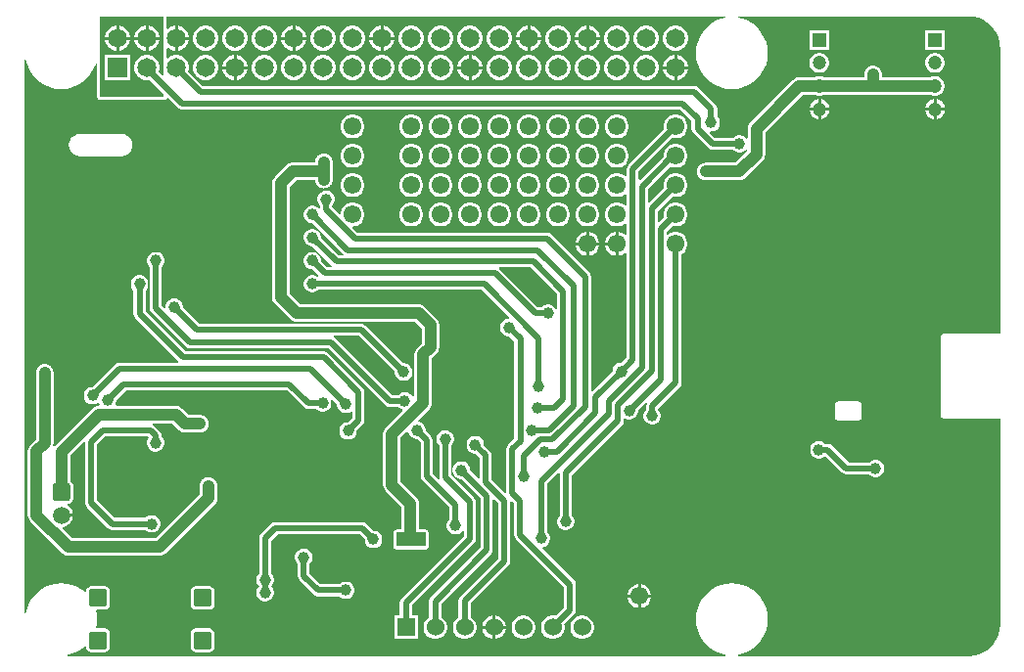
<source format=gbl>
G04*
G04 #@! TF.GenerationSoftware,Altium Limited,CircuitMaker,2.2.1 (2.2.1.6)*
G04*
G04 Layer_Physical_Order=2*
G04 Layer_Color=11436288*
%FSLAX44Y44*%
%MOMM*%
G71*
G04*
G04 #@! TF.SameCoordinates,9F1E3F87-7A7F-4E4B-B1B4-4F695BE8A883*
G04*
G04*
G04 #@! TF.FilePolarity,Positive*
G04*
G01*
G75*
%ADD77C,0.5000*%
%ADD79C,1.0000*%
%ADD99C,1.5500*%
%ADD100C,1.6510*%
%ADD101R,1.6510X1.6510*%
G04:AMPARAMS|DCode=102|XSize=1.524mm|YSize=1.524mm|CornerRadius=0.1905mm|HoleSize=0mm|Usage=FLASHONLY|Rotation=0.000|XOffset=0mm|YOffset=0mm|HoleType=Round|Shape=RoundedRectangle|*
%AMROUNDEDRECTD102*
21,1,1.5240,1.1430,0,0,0.0*
21,1,1.1430,1.5240,0,0,0.0*
1,1,0.3810,0.5715,-0.5715*
1,1,0.3810,-0.5715,-0.5715*
1,1,0.3810,-0.5715,0.5715*
1,1,0.3810,0.5715,0.5715*
%
%ADD102ROUNDEDRECTD102*%
%ADD103C,1.5240*%
%ADD104R,1.5240X1.5240*%
%ADD105R,1.2000X1.2000*%
%ADD106C,1.2000*%
%ADD107C,1.5000*%
G04:AMPARAMS|DCode=108|XSize=1.5mm|YSize=1.5mm|CornerRadius=0.1875mm|HoleSize=0mm|Usage=FLASHONLY|Rotation=90.000|XOffset=0mm|YOffset=0mm|HoleType=Round|Shape=RoundedRectangle|*
%AMROUNDEDRECTD108*
21,1,1.5000,1.1250,0,0,90.0*
21,1,1.1250,1.5000,0,0,90.0*
1,1,0.3750,0.5625,0.5625*
1,1,0.3750,0.5625,-0.5625*
1,1,0.3750,-0.5625,-0.5625*
1,1,0.3750,-0.5625,0.5625*
%
%ADD108ROUNDEDRECTD108*%
%ADD109C,1.0000*%
%ADD110C,0.6800*%
%ADD111R,2.5000X1.2000*%
G36*
X88700Y470827D02*
X87527Y470341D01*
X84281Y473587D01*
X84895Y475879D01*
Y478721D01*
X84159Y481467D01*
X82738Y483928D01*
X80728Y485938D01*
X78267Y487359D01*
X75521Y488095D01*
X72679D01*
X69933Y487359D01*
X67472Y485938D01*
X65462Y483928D01*
X64041Y481467D01*
X63305Y478721D01*
Y475879D01*
X64041Y473133D01*
X65462Y470672D01*
X67472Y468662D01*
X69933Y467241D01*
X72679Y466505D01*
X75521D01*
X76552Y466781D01*
X88700Y454633D01*
Y452300D01*
X33700D01*
Y521900D01*
X88700D01*
Y470827D01*
D02*
G37*
G36*
X789211Y521585D02*
X793317Y520599D01*
X797220Y518982D01*
X800821Y516776D01*
X804033Y514033D01*
X806776Y510821D01*
X808982Y507220D01*
X810599Y503317D01*
X811585Y499211D01*
X811818Y496246D01*
X811900Y495000D01*
X811900Y495000D01*
X811900Y493750D01*
Y416500D01*
Y247664D01*
X811200Y247090D01*
X763200D01*
X762209Y246893D01*
X761369Y246331D01*
X760808Y245491D01*
X760611Y244500D01*
Y176500D01*
X760808Y175509D01*
X761369Y174669D01*
X762209Y174107D01*
X763200Y173910D01*
X811200D01*
X811900Y173336D01*
Y-5000D01*
X811912Y-5056D01*
X811585Y-9211D01*
X810599Y-13318D01*
X808982Y-17220D01*
X806776Y-20821D01*
X804033Y-24032D01*
X800821Y-26776D01*
X797220Y-28982D01*
X793317Y-30599D01*
X789211Y-31585D01*
X786246Y-31818D01*
X785000Y-31900D01*
X785000Y-31900D01*
X783750Y-31900D01*
X585530D01*
X585380Y-30630D01*
X589622Y-29612D01*
X594135Y-27742D01*
X598301Y-25189D01*
X602016Y-22016D01*
X605190Y-18301D01*
X607742Y-14135D01*
X609612Y-9621D01*
X610753Y-4871D01*
X611136Y0D01*
X610753Y4871D01*
X609612Y9621D01*
X607742Y14135D01*
X605190Y18301D01*
X602016Y22016D01*
X598301Y25189D01*
X594135Y27742D01*
X589622Y29612D01*
X584871Y30753D01*
X580000Y31136D01*
X575129Y30753D01*
X570378Y29612D01*
X565865Y27742D01*
X561699Y25189D01*
X557984Y22016D01*
X554810Y18301D01*
X552258Y14135D01*
X550388Y9621D01*
X549247Y4871D01*
X548864Y0D01*
X549247Y-4871D01*
X550388Y-9621D01*
X552258Y-14135D01*
X554810Y-18301D01*
X557984Y-22016D01*
X561699Y-25189D01*
X565865Y-27742D01*
X570378Y-29612D01*
X574620Y-30630D01*
X574470Y-31900D01*
X5530D01*
X5380Y-30630D01*
X9621Y-29612D01*
X14135Y-27742D01*
X18301Y-25189D01*
X20420Y-23380D01*
X21573Y-23912D01*
Y-24035D01*
X21918Y-25769D01*
X22900Y-27240D01*
X24371Y-28222D01*
X26105Y-28567D01*
X37535D01*
X39269Y-28222D01*
X40740Y-27240D01*
X41722Y-25769D01*
X42067Y-24035D01*
Y-12605D01*
X41722Y-10871D01*
X40740Y-9400D01*
X39269Y-8418D01*
X37535Y-8073D01*
X31010D01*
X30223Y-7076D01*
X30753Y-4871D01*
X31136Y0D01*
X30753Y4871D01*
X30202Y7166D01*
X30988Y8163D01*
X37515D01*
X39249Y8508D01*
X40720Y9490D01*
X41702Y10961D01*
X42047Y12695D01*
Y24125D01*
X41702Y25859D01*
X40720Y27330D01*
X39249Y28312D01*
X37515Y28657D01*
X26085D01*
X24351Y28312D01*
X22880Y27330D01*
X21898Y25859D01*
X21553Y24125D01*
Y23929D01*
X20400Y23397D01*
X18301Y25189D01*
X14135Y27742D01*
X9621Y29612D01*
X4871Y30753D01*
X0Y31136D01*
X-4871Y30753D01*
X-9621Y29612D01*
X-14135Y27742D01*
X-18301Y25189D01*
X-22016Y22016D01*
X-25189Y18301D01*
X-27742Y14135D01*
X-29612Y9621D01*
X-30630Y5380D01*
X-31900Y5530D01*
Y484470D01*
X-30630Y484620D01*
X-29612Y480378D01*
X-27742Y475864D01*
X-25189Y471699D01*
X-22016Y467984D01*
X-18301Y464810D01*
X-14135Y462258D01*
X-9621Y460388D01*
X-4871Y459247D01*
X0Y458864D01*
X4871Y459247D01*
X9621Y460388D01*
X14135Y462258D01*
X18301Y464810D01*
X22016Y467984D01*
X25189Y471699D01*
X27742Y475864D01*
X29612Y480378D01*
X29840Y481329D01*
X31110Y481179D01*
Y452300D01*
X31307Y451309D01*
X31869Y450469D01*
X32709Y449907D01*
X33700Y449710D01*
X88700D01*
X89691Y449907D01*
X90531Y450469D01*
X90746Y450790D01*
X92245Y451088D01*
X100466Y442866D01*
X102134Y441752D01*
X104100Y441361D01*
X535172D01*
X545161Y431371D01*
Y424500D01*
X545552Y422533D01*
X546666Y420866D01*
X559666Y407866D01*
X561334Y406752D01*
X563300Y406361D01*
X580775D01*
X581670Y405466D01*
X583390Y404474D01*
X585307Y403960D01*
X587293D01*
X589210Y404474D01*
X590930Y405466D01*
X592104Y406641D01*
X593025Y406467D01*
X593428Y406231D01*
X593528Y405483D01*
X583150Y395105D01*
X557300D01*
X556806Y395040D01*
X556307D01*
X555826Y394911D01*
X555332Y394846D01*
X554871Y394655D01*
X554390Y394526D01*
X553958Y394277D01*
X553498Y394086D01*
X553102Y393783D01*
X552670Y393534D01*
X552318Y393181D01*
X551922Y392878D01*
X551619Y392482D01*
X551267Y392130D01*
X551017Y391698D01*
X550714Y391302D01*
X550523Y390842D01*
X550274Y390410D01*
X550145Y389929D01*
X549954Y389468D01*
X549889Y388974D01*
X549760Y388493D01*
Y387994D01*
X549695Y387500D01*
X549760Y387006D01*
Y386507D01*
X549889Y386026D01*
X549954Y385532D01*
X550145Y385071D01*
X550274Y384590D01*
X550523Y384158D01*
X550714Y383698D01*
X551017Y383302D01*
X551267Y382870D01*
X551619Y382518D01*
X551922Y382122D01*
X552318Y381819D01*
X552670Y381466D01*
X553102Y381217D01*
X553498Y380914D01*
X553958Y380723D01*
X554390Y380474D01*
X554871Y380345D01*
X555332Y380154D01*
X555826Y380089D01*
X556307Y379960D01*
X556806D01*
X557300Y379895D01*
X586300D01*
X588268Y380154D01*
X590103Y380914D01*
X591678Y382122D01*
X606678Y397122D01*
X607886Y398698D01*
X608646Y400532D01*
X608905Y402500D01*
Y421350D01*
X641450Y453895D01*
X651665D01*
X652277Y453542D01*
X654449Y452960D01*
X656697D01*
X658869Y453542D01*
X659481Y453895D01*
X751665D01*
X752277Y453542D01*
X754449Y452960D01*
X756697D01*
X758869Y453542D01*
X760817Y454666D01*
X762407Y456256D01*
X763531Y458204D01*
X764113Y460376D01*
Y462624D01*
X763531Y464796D01*
X762407Y466744D01*
X760817Y468334D01*
X758869Y469458D01*
X756697Y470040D01*
X754449D01*
X752277Y469458D01*
X751665Y469105D01*
X709665D01*
Y471502D01*
X709600Y471997D01*
Y472495D01*
X709471Y472976D01*
X709406Y473471D01*
X709215Y473931D01*
X709086Y474413D01*
X708837Y474845D01*
X708646Y475305D01*
X708343Y475700D01*
X708093Y476132D01*
X707741Y476485D01*
X707438Y476880D01*
X707042Y477183D01*
X706690Y477536D01*
X706258Y477785D01*
X705863Y478089D01*
X705402Y478279D01*
X704970Y478529D01*
X704489Y478658D01*
X704028Y478848D01*
X703534Y478913D01*
X703053Y479043D01*
X702554D01*
X702060Y479108D01*
X701566Y479043D01*
X701067D01*
X700586Y478913D01*
X700092Y478848D01*
X699631Y478658D01*
X699150Y478529D01*
X698718Y478279D01*
X698258Y478089D01*
X697862Y477785D01*
X697430Y477536D01*
X697078Y477183D01*
X696682Y476880D01*
X696379Y476485D01*
X696027Y476132D01*
X695777Y475700D01*
X695474Y475305D01*
X695283Y474845D01*
X695034Y474413D01*
X694905Y473931D01*
X694714Y473471D01*
X694649Y472976D01*
X694520Y472495D01*
Y471997D01*
X694455Y471502D01*
Y469105D01*
X659481D01*
X658869Y469458D01*
X656697Y470040D01*
X654449D01*
X652277Y469458D01*
X651665Y469105D01*
X638300D01*
X636332Y468846D01*
X634497Y468086D01*
X632922Y466878D01*
X595922Y429878D01*
X594714Y428302D01*
X593954Y426468D01*
X593695Y424500D01*
Y416312D01*
X592425Y415971D01*
X592333Y416130D01*
X590930Y417533D01*
X589210Y418526D01*
X587293Y419040D01*
X585307D01*
X583390Y418526D01*
X581670Y417533D01*
X580775Y416639D01*
X565429D01*
X561127Y420940D01*
X561653Y422210D01*
X563043D01*
X564960Y422724D01*
X566680Y423717D01*
X568083Y425120D01*
X569076Y426840D01*
X569590Y428757D01*
Y430743D01*
X569076Y432660D01*
X568083Y434380D01*
X567189Y435274D01*
Y441750D01*
X566798Y443717D01*
X565684Y445384D01*
X551134Y459934D01*
X549467Y461048D01*
X547500Y461439D01*
X122628D01*
X109850Y474217D01*
X110295Y475879D01*
Y478721D01*
X109559Y481467D01*
X108138Y483928D01*
X106128Y485938D01*
X103667Y487359D01*
X100921Y488095D01*
X98079D01*
X95333Y487359D01*
X92872Y485938D01*
X92463Y485530D01*
X91290Y486016D01*
Y493984D01*
X92463Y494470D01*
X92872Y494062D01*
X95333Y492641D01*
X98079Y491905D01*
X98230D01*
Y502700D01*
Y513495D01*
X98079D01*
X95333Y512759D01*
X92872Y511338D01*
X92463Y510929D01*
X91290Y511415D01*
Y521900D01*
X574470D01*
X574620Y520630D01*
X570378Y519612D01*
X565865Y517742D01*
X561699Y515190D01*
X557984Y512016D01*
X554810Y508301D01*
X552258Y504135D01*
X550388Y499622D01*
X549247Y494871D01*
X548864Y490000D01*
X549247Y485129D01*
X550388Y480378D01*
X552258Y475865D01*
X554810Y471699D01*
X557984Y467984D01*
X561699Y464810D01*
X565865Y462258D01*
X570378Y460388D01*
X575129Y459247D01*
X580000Y458864D01*
X584871Y459247D01*
X589622Y460388D01*
X594135Y462258D01*
X598301Y464810D01*
X602016Y467984D01*
X605190Y471699D01*
X607742Y475865D01*
X609612Y480378D01*
X610753Y485129D01*
X611136Y490000D01*
X610753Y494871D01*
X609612Y499622D01*
X607742Y504135D01*
X605190Y508301D01*
X602016Y512016D01*
X598301Y515190D01*
X594135Y517742D01*
X589622Y519612D01*
X585380Y520630D01*
X585530Y521900D01*
X785000D01*
X785056Y521912D01*
X789211Y521585D01*
D02*
G37*
%LPC*%
G36*
X75521Y513495D02*
X75370D01*
Y503970D01*
X84895D01*
Y504121D01*
X84159Y506867D01*
X82738Y509328D01*
X80728Y511338D01*
X78267Y512759D01*
X75521Y513495D01*
D02*
G37*
G36*
X72830D02*
X72679D01*
X69933Y512759D01*
X67472Y511338D01*
X65462Y509328D01*
X64041Y506867D01*
X63305Y504121D01*
Y503970D01*
X72830D01*
Y513495D01*
D02*
G37*
G36*
X50121D02*
X49970D01*
Y503970D01*
X59495D01*
Y504121D01*
X58759Y506867D01*
X57338Y509328D01*
X55328Y511338D01*
X52867Y512759D01*
X50121Y513495D01*
D02*
G37*
G36*
X47430D02*
X47279D01*
X44533Y512759D01*
X42072Y511338D01*
X40062Y509328D01*
X38641Y506867D01*
X37905Y504121D01*
Y503970D01*
X47430D01*
Y513495D01*
D02*
G37*
G36*
X84895Y501430D02*
X75370D01*
Y491905D01*
X75521D01*
X78267Y492641D01*
X80728Y494062D01*
X82738Y496072D01*
X84159Y498533D01*
X84895Y501279D01*
Y501430D01*
D02*
G37*
G36*
X72830D02*
X63305D01*
Y501279D01*
X64041Y498533D01*
X65462Y496072D01*
X67472Y494062D01*
X69933Y492641D01*
X72679Y491905D01*
X72830D01*
Y501430D01*
D02*
G37*
G36*
X59495D02*
X49970D01*
Y491905D01*
X50121D01*
X52867Y492641D01*
X55328Y494062D01*
X57338Y496072D01*
X58759Y498533D01*
X59495Y501279D01*
Y501430D01*
D02*
G37*
G36*
X47430D02*
X37905D01*
Y501279D01*
X38641Y498533D01*
X40062Y496072D01*
X42072Y494062D01*
X44533Y492641D01*
X47279Y491905D01*
X47430D01*
Y501430D01*
D02*
G37*
G36*
X59495Y488095D02*
X37905D01*
Y466505D01*
X59495D01*
Y488095D01*
D02*
G37*
G36*
X456521Y513495D02*
X456370D01*
Y503970D01*
X465895D01*
Y504121D01*
X465159Y506867D01*
X463738Y509328D01*
X461728Y511338D01*
X459267Y512759D01*
X456521Y513495D01*
D02*
G37*
G36*
X453830D02*
X453679D01*
X450933Y512759D01*
X448472Y511338D01*
X446462Y509328D01*
X445041Y506867D01*
X444305Y504121D01*
Y503970D01*
X453830D01*
Y513495D01*
D02*
G37*
G36*
X405721D02*
X405570D01*
Y503970D01*
X415095D01*
Y504121D01*
X414359Y506867D01*
X412938Y509328D01*
X410928Y511338D01*
X408467Y512759D01*
X405721Y513495D01*
D02*
G37*
G36*
X403030D02*
X402879D01*
X400133Y512759D01*
X397672Y511338D01*
X395662Y509328D01*
X394241Y506867D01*
X393505Y504121D01*
Y503970D01*
X403030D01*
Y513495D01*
D02*
G37*
G36*
X278721D02*
X278570D01*
Y503970D01*
X288095D01*
Y504121D01*
X287359Y506867D01*
X285938Y509328D01*
X283928Y511338D01*
X281467Y512759D01*
X278721Y513495D01*
D02*
G37*
G36*
X276030D02*
X275879D01*
X273133Y512759D01*
X270672Y511338D01*
X268662Y509328D01*
X267241Y506867D01*
X266505Y504121D01*
Y503970D01*
X276030D01*
Y513495D01*
D02*
G37*
G36*
X202521D02*
X202370D01*
Y503970D01*
X211895D01*
Y504121D01*
X211159Y506867D01*
X209738Y509328D01*
X207728Y511338D01*
X205267Y512759D01*
X202521Y513495D01*
D02*
G37*
G36*
X199830D02*
X199679D01*
X196933Y512759D01*
X194472Y511338D01*
X192462Y509328D01*
X191041Y506867D01*
X190305Y504121D01*
Y503970D01*
X199830D01*
Y513495D01*
D02*
G37*
G36*
X100921D02*
X100770D01*
Y503970D01*
X110295D01*
Y504121D01*
X109559Y506867D01*
X108138Y509328D01*
X106128Y511338D01*
X103667Y512759D01*
X100921Y513495D01*
D02*
G37*
G36*
X764113Y510040D02*
X747033D01*
Y492960D01*
X764113D01*
Y510040D01*
D02*
G37*
G36*
X664113D02*
X647033D01*
Y492960D01*
X664113D01*
Y510040D01*
D02*
G37*
G36*
X532721Y513495D02*
X529879D01*
X527133Y512759D01*
X524672Y511338D01*
X522662Y509328D01*
X521241Y506867D01*
X520505Y504121D01*
Y501279D01*
X521241Y498533D01*
X522662Y496072D01*
X524672Y494062D01*
X527133Y492641D01*
X529879Y491905D01*
X532721D01*
X535467Y492641D01*
X537928Y494062D01*
X539938Y496072D01*
X541359Y498533D01*
X542095Y501279D01*
Y504121D01*
X541359Y506867D01*
X539938Y509328D01*
X537928Y511338D01*
X535467Y512759D01*
X532721Y513495D01*
D02*
G37*
G36*
X507321D02*
X504479D01*
X501733Y512759D01*
X499272Y511338D01*
X497262Y509328D01*
X495841Y506867D01*
X495105Y504121D01*
Y501279D01*
X495841Y498533D01*
X497262Y496072D01*
X499272Y494062D01*
X501733Y492641D01*
X504479Y491905D01*
X507321D01*
X510067Y492641D01*
X512528Y494062D01*
X514538Y496072D01*
X515959Y498533D01*
X516695Y501279D01*
Y504121D01*
X515959Y506867D01*
X514538Y509328D01*
X512528Y511338D01*
X510067Y512759D01*
X507321Y513495D01*
D02*
G37*
G36*
X481921D02*
X479079D01*
X476333Y512759D01*
X473872Y511338D01*
X471862Y509328D01*
X470441Y506867D01*
X469705Y504121D01*
Y501279D01*
X470441Y498533D01*
X471862Y496072D01*
X473872Y494062D01*
X476333Y492641D01*
X479079Y491905D01*
X481921D01*
X484667Y492641D01*
X487128Y494062D01*
X489138Y496072D01*
X490559Y498533D01*
X491295Y501279D01*
Y504121D01*
X490559Y506867D01*
X489138Y509328D01*
X487128Y511338D01*
X484667Y512759D01*
X481921Y513495D01*
D02*
G37*
G36*
X465895Y501430D02*
X456370D01*
Y491905D01*
X456521D01*
X459267Y492641D01*
X461728Y494062D01*
X463738Y496072D01*
X465159Y498533D01*
X465895Y501279D01*
Y501430D01*
D02*
G37*
G36*
X453830D02*
X444305D01*
Y501279D01*
X445041Y498533D01*
X446462Y496072D01*
X448472Y494062D01*
X450933Y492641D01*
X453679Y491905D01*
X453830D01*
Y501430D01*
D02*
G37*
G36*
X431121Y513495D02*
X428279D01*
X425533Y512759D01*
X423072Y511338D01*
X421062Y509328D01*
X419641Y506867D01*
X418905Y504121D01*
Y501279D01*
X419641Y498533D01*
X421062Y496072D01*
X423072Y494062D01*
X425533Y492641D01*
X428279Y491905D01*
X431121D01*
X433867Y492641D01*
X436328Y494062D01*
X438338Y496072D01*
X439759Y498533D01*
X440495Y501279D01*
Y504121D01*
X439759Y506867D01*
X438338Y509328D01*
X436328Y511338D01*
X433867Y512759D01*
X431121Y513495D01*
D02*
G37*
G36*
X415095Y501430D02*
X405570D01*
Y491905D01*
X405721D01*
X408467Y492641D01*
X410928Y494062D01*
X412938Y496072D01*
X414359Y498533D01*
X415095Y501279D01*
Y501430D01*
D02*
G37*
G36*
X403030D02*
X393505D01*
Y501279D01*
X394241Y498533D01*
X395662Y496072D01*
X397672Y494062D01*
X400133Y492641D01*
X402879Y491905D01*
X403030D01*
Y501430D01*
D02*
G37*
G36*
X380321Y513495D02*
X377479D01*
X374733Y512759D01*
X372272Y511338D01*
X370262Y509328D01*
X368841Y506867D01*
X368105Y504121D01*
Y501279D01*
X368841Y498533D01*
X370262Y496072D01*
X372272Y494062D01*
X374733Y492641D01*
X377479Y491905D01*
X380321D01*
X383067Y492641D01*
X385528Y494062D01*
X387538Y496072D01*
X388959Y498533D01*
X389695Y501279D01*
Y504121D01*
X388959Y506867D01*
X387538Y509328D01*
X385528Y511338D01*
X383067Y512759D01*
X380321Y513495D01*
D02*
G37*
G36*
X354921D02*
X352079D01*
X349333Y512759D01*
X346872Y511338D01*
X344862Y509328D01*
X343441Y506867D01*
X342705Y504121D01*
Y501279D01*
X343441Y498533D01*
X344862Y496072D01*
X346872Y494062D01*
X349333Y492641D01*
X352079Y491905D01*
X354921D01*
X357667Y492641D01*
X360128Y494062D01*
X362138Y496072D01*
X363559Y498533D01*
X364295Y501279D01*
Y504121D01*
X363559Y506867D01*
X362138Y509328D01*
X360128Y511338D01*
X357667Y512759D01*
X354921Y513495D01*
D02*
G37*
G36*
X329521D02*
X326679D01*
X323933Y512759D01*
X321472Y511338D01*
X319462Y509328D01*
X318041Y506867D01*
X317305Y504121D01*
Y501279D01*
X318041Y498533D01*
X319462Y496072D01*
X321472Y494062D01*
X323933Y492641D01*
X326679Y491905D01*
X329521D01*
X332267Y492641D01*
X334728Y494062D01*
X336738Y496072D01*
X338159Y498533D01*
X338895Y501279D01*
Y504121D01*
X338159Y506867D01*
X336738Y509328D01*
X334728Y511338D01*
X332267Y512759D01*
X329521Y513495D01*
D02*
G37*
G36*
X304121D02*
X301279D01*
X298533Y512759D01*
X296072Y511338D01*
X294062Y509328D01*
X292641Y506867D01*
X291905Y504121D01*
Y501279D01*
X292641Y498533D01*
X294062Y496072D01*
X296072Y494062D01*
X298533Y492641D01*
X301279Y491905D01*
X304121D01*
X306867Y492641D01*
X309328Y494062D01*
X311338Y496072D01*
X312759Y498533D01*
X313495Y501279D01*
Y504121D01*
X312759Y506867D01*
X311338Y509328D01*
X309328Y511338D01*
X306867Y512759D01*
X304121Y513495D01*
D02*
G37*
G36*
X288095Y501430D02*
X278570D01*
Y491905D01*
X278721D01*
X281467Y492641D01*
X283928Y494062D01*
X285938Y496072D01*
X287359Y498533D01*
X288095Y501279D01*
Y501430D01*
D02*
G37*
G36*
X276030D02*
X266505D01*
Y501279D01*
X267241Y498533D01*
X268662Y496072D01*
X270672Y494062D01*
X273133Y492641D01*
X275879Y491905D01*
X276030D01*
Y501430D01*
D02*
G37*
G36*
X253321Y513495D02*
X250479D01*
X247733Y512759D01*
X245272Y511338D01*
X243262Y509328D01*
X241841Y506867D01*
X241105Y504121D01*
Y501279D01*
X241841Y498533D01*
X243262Y496072D01*
X245272Y494062D01*
X247733Y492641D01*
X250479Y491905D01*
X253321D01*
X256067Y492641D01*
X258528Y494062D01*
X260538Y496072D01*
X261959Y498533D01*
X262695Y501279D01*
Y504121D01*
X261959Y506867D01*
X260538Y509328D01*
X258528Y511338D01*
X256067Y512759D01*
X253321Y513495D01*
D02*
G37*
G36*
X227921D02*
X225079D01*
X222333Y512759D01*
X219872Y511338D01*
X217862Y509328D01*
X216441Y506867D01*
X215705Y504121D01*
Y501279D01*
X216441Y498533D01*
X217862Y496072D01*
X219872Y494062D01*
X222333Y492641D01*
X225079Y491905D01*
X227921D01*
X230667Y492641D01*
X233128Y494062D01*
X235138Y496072D01*
X236559Y498533D01*
X237295Y501279D01*
Y504121D01*
X236559Y506867D01*
X235138Y509328D01*
X233128Y511338D01*
X230667Y512759D01*
X227921Y513495D01*
D02*
G37*
G36*
X211895Y501430D02*
X202370D01*
Y491905D01*
X202521D01*
X205267Y492641D01*
X207728Y494062D01*
X209738Y496072D01*
X211159Y498533D01*
X211895Y501279D01*
Y501430D01*
D02*
G37*
G36*
X199830D02*
X190305D01*
Y501279D01*
X191041Y498533D01*
X192462Y496072D01*
X194472Y494062D01*
X196933Y492641D01*
X199679Y491905D01*
X199830D01*
Y501430D01*
D02*
G37*
G36*
X177121Y513495D02*
X174279D01*
X171533Y512759D01*
X169072Y511338D01*
X167062Y509328D01*
X165641Y506867D01*
X164905Y504121D01*
Y501279D01*
X165641Y498533D01*
X167062Y496072D01*
X169072Y494062D01*
X171533Y492641D01*
X174279Y491905D01*
X177121D01*
X179867Y492641D01*
X182328Y494062D01*
X184338Y496072D01*
X185759Y498533D01*
X186495Y501279D01*
Y504121D01*
X185759Y506867D01*
X184338Y509328D01*
X182328Y511338D01*
X179867Y512759D01*
X177121Y513495D01*
D02*
G37*
G36*
X151721D02*
X148879D01*
X146133Y512759D01*
X143672Y511338D01*
X141662Y509328D01*
X140241Y506867D01*
X139505Y504121D01*
Y501279D01*
X140241Y498533D01*
X141662Y496072D01*
X143672Y494062D01*
X146133Y492641D01*
X148879Y491905D01*
X151721D01*
X154467Y492641D01*
X156928Y494062D01*
X158938Y496072D01*
X160359Y498533D01*
X161095Y501279D01*
Y504121D01*
X160359Y506867D01*
X158938Y509328D01*
X156928Y511338D01*
X154467Y512759D01*
X151721Y513495D01*
D02*
G37*
G36*
X126321D02*
X123479D01*
X120733Y512759D01*
X118272Y511338D01*
X116262Y509328D01*
X114841Y506867D01*
X114105Y504121D01*
Y501279D01*
X114841Y498533D01*
X116262Y496072D01*
X118272Y494062D01*
X120733Y492641D01*
X123479Y491905D01*
X126321D01*
X129067Y492641D01*
X131528Y494062D01*
X133538Y496072D01*
X134959Y498533D01*
X135695Y501279D01*
Y504121D01*
X134959Y506867D01*
X133538Y509328D01*
X131528Y511338D01*
X129067Y512759D01*
X126321Y513495D01*
D02*
G37*
G36*
X110295Y501430D02*
X100770D01*
Y491905D01*
X100921D01*
X103667Y492641D01*
X106128Y494062D01*
X108138Y496072D01*
X109559Y498533D01*
X110295Y501279D01*
Y501430D01*
D02*
G37*
G36*
X532721Y488095D02*
X532570D01*
Y478570D01*
X542095D01*
Y478721D01*
X541359Y481467D01*
X539938Y483928D01*
X537928Y485938D01*
X535467Y487359D01*
X532721Y488095D01*
D02*
G37*
G36*
X530030D02*
X529879D01*
X527133Y487359D01*
X524672Y485938D01*
X522662Y483928D01*
X521241Y481467D01*
X520505Y478721D01*
Y478570D01*
X530030D01*
Y488095D01*
D02*
G37*
G36*
X354921D02*
X354770D01*
Y478570D01*
X364295D01*
Y478721D01*
X363559Y481467D01*
X362138Y483928D01*
X360128Y485938D01*
X357667Y487359D01*
X354921Y488095D01*
D02*
G37*
G36*
X352230D02*
X352079D01*
X349333Y487359D01*
X346872Y485938D01*
X344862Y483928D01*
X343441Y481467D01*
X342705Y478721D01*
Y478570D01*
X352230D01*
Y488095D01*
D02*
G37*
G36*
X151721D02*
X151570D01*
Y478570D01*
X161095D01*
Y478721D01*
X160359Y481467D01*
X158938Y483928D01*
X156928Y485938D01*
X154467Y487359D01*
X151721Y488095D01*
D02*
G37*
G36*
X149030D02*
X148879D01*
X146133Y487359D01*
X143672Y485938D01*
X141662Y483928D01*
X140241Y481467D01*
X139505Y478721D01*
Y478570D01*
X149030D01*
Y488095D01*
D02*
G37*
G36*
X756697Y490040D02*
X754449D01*
X752277Y489458D01*
X750329Y488334D01*
X748739Y486744D01*
X747615Y484796D01*
X747033Y482624D01*
Y480376D01*
X747615Y478204D01*
X748739Y476256D01*
X750329Y474666D01*
X752277Y473542D01*
X754449Y472960D01*
X756697D01*
X758869Y473542D01*
X760817Y474666D01*
X762407Y476256D01*
X763531Y478204D01*
X764113Y480376D01*
Y482624D01*
X763531Y484796D01*
X762407Y486744D01*
X760817Y488334D01*
X758869Y489458D01*
X756697Y490040D01*
D02*
G37*
G36*
X656697D02*
X654449D01*
X652277Y489458D01*
X650329Y488334D01*
X648739Y486744D01*
X647615Y484796D01*
X647033Y482624D01*
Y480376D01*
X647615Y478204D01*
X648739Y476256D01*
X650329Y474666D01*
X652277Y473542D01*
X654449Y472960D01*
X656697D01*
X658869Y473542D01*
X660817Y474666D01*
X662407Y476256D01*
X663531Y478204D01*
X664113Y480376D01*
Y482624D01*
X663531Y484796D01*
X662407Y486744D01*
X660817Y488334D01*
X658869Y489458D01*
X656697Y490040D01*
D02*
G37*
G36*
X542095Y476030D02*
X532570D01*
Y466505D01*
X532721D01*
X535467Y467241D01*
X537928Y468662D01*
X539938Y470672D01*
X541359Y473133D01*
X542095Y475879D01*
Y476030D01*
D02*
G37*
G36*
X530030D02*
X520505D01*
Y475879D01*
X521241Y473133D01*
X522662Y470672D01*
X524672Y468662D01*
X527133Y467241D01*
X529879Y466505D01*
X530030D01*
Y476030D01*
D02*
G37*
G36*
X507321Y488095D02*
X504479D01*
X501733Y487359D01*
X499272Y485938D01*
X497262Y483928D01*
X495841Y481467D01*
X495105Y478721D01*
Y475879D01*
X495841Y473133D01*
X497262Y470672D01*
X499272Y468662D01*
X501733Y467241D01*
X504479Y466505D01*
X507321D01*
X510067Y467241D01*
X512528Y468662D01*
X514538Y470672D01*
X515959Y473133D01*
X516695Y475879D01*
Y478721D01*
X515959Y481467D01*
X514538Y483928D01*
X512528Y485938D01*
X510067Y487359D01*
X507321Y488095D01*
D02*
G37*
G36*
X481921D02*
X479079D01*
X476333Y487359D01*
X473872Y485938D01*
X471862Y483928D01*
X470441Y481467D01*
X469705Y478721D01*
Y475879D01*
X470441Y473133D01*
X471862Y470672D01*
X473872Y468662D01*
X476333Y467241D01*
X479079Y466505D01*
X481921D01*
X484667Y467241D01*
X487128Y468662D01*
X489138Y470672D01*
X490559Y473133D01*
X491295Y475879D01*
Y478721D01*
X490559Y481467D01*
X489138Y483928D01*
X487128Y485938D01*
X484667Y487359D01*
X481921Y488095D01*
D02*
G37*
G36*
X456521D02*
X453679D01*
X450933Y487359D01*
X448472Y485938D01*
X446462Y483928D01*
X445041Y481467D01*
X444305Y478721D01*
Y475879D01*
X445041Y473133D01*
X446462Y470672D01*
X448472Y468662D01*
X450933Y467241D01*
X453679Y466505D01*
X456521D01*
X459267Y467241D01*
X461728Y468662D01*
X463738Y470672D01*
X465159Y473133D01*
X465895Y475879D01*
Y478721D01*
X465159Y481467D01*
X463738Y483928D01*
X461728Y485938D01*
X459267Y487359D01*
X456521Y488095D01*
D02*
G37*
G36*
X431121D02*
X428279D01*
X425533Y487359D01*
X423072Y485938D01*
X421062Y483928D01*
X419641Y481467D01*
X418905Y478721D01*
Y475879D01*
X419641Y473133D01*
X421062Y470672D01*
X423072Y468662D01*
X425533Y467241D01*
X428279Y466505D01*
X431121D01*
X433867Y467241D01*
X436328Y468662D01*
X438338Y470672D01*
X439759Y473133D01*
X440495Y475879D01*
Y478721D01*
X439759Y481467D01*
X438338Y483928D01*
X436328Y485938D01*
X433867Y487359D01*
X431121Y488095D01*
D02*
G37*
G36*
X405721D02*
X402879D01*
X400133Y487359D01*
X397672Y485938D01*
X395662Y483928D01*
X394241Y481467D01*
X393505Y478721D01*
Y475879D01*
X394241Y473133D01*
X395662Y470672D01*
X397672Y468662D01*
X400133Y467241D01*
X402879Y466505D01*
X405721D01*
X408467Y467241D01*
X410928Y468662D01*
X412938Y470672D01*
X414359Y473133D01*
X415095Y475879D01*
Y478721D01*
X414359Y481467D01*
X412938Y483928D01*
X410928Y485938D01*
X408467Y487359D01*
X405721Y488095D01*
D02*
G37*
G36*
X380321D02*
X377479D01*
X374733Y487359D01*
X372272Y485938D01*
X370262Y483928D01*
X368841Y481467D01*
X368105Y478721D01*
Y475879D01*
X368841Y473133D01*
X370262Y470672D01*
X372272Y468662D01*
X374733Y467241D01*
X377479Y466505D01*
X380321D01*
X383067Y467241D01*
X385528Y468662D01*
X387538Y470672D01*
X388959Y473133D01*
X389695Y475879D01*
Y478721D01*
X388959Y481467D01*
X387538Y483928D01*
X385528Y485938D01*
X383067Y487359D01*
X380321Y488095D01*
D02*
G37*
G36*
X364295Y476030D02*
X354770D01*
Y466505D01*
X354921D01*
X357667Y467241D01*
X360128Y468662D01*
X362138Y470672D01*
X363559Y473133D01*
X364295Y475879D01*
Y476030D01*
D02*
G37*
G36*
X352230D02*
X342705D01*
Y475879D01*
X343441Y473133D01*
X344862Y470672D01*
X346872Y468662D01*
X349333Y467241D01*
X352079Y466505D01*
X352230D01*
Y476030D01*
D02*
G37*
G36*
X329521Y488095D02*
X326679D01*
X323933Y487359D01*
X321472Y485938D01*
X319462Y483928D01*
X318041Y481467D01*
X317305Y478721D01*
Y475879D01*
X318041Y473133D01*
X319462Y470672D01*
X321472Y468662D01*
X323933Y467241D01*
X326679Y466505D01*
X329521D01*
X332267Y467241D01*
X334728Y468662D01*
X336738Y470672D01*
X338159Y473133D01*
X338895Y475879D01*
Y478721D01*
X338159Y481467D01*
X336738Y483928D01*
X334728Y485938D01*
X332267Y487359D01*
X329521Y488095D01*
D02*
G37*
G36*
X304121D02*
X301279D01*
X298533Y487359D01*
X296072Y485938D01*
X294062Y483928D01*
X292641Y481467D01*
X291905Y478721D01*
Y475879D01*
X292641Y473133D01*
X294062Y470672D01*
X296072Y468662D01*
X298533Y467241D01*
X301279Y466505D01*
X304121D01*
X306867Y467241D01*
X309328Y468662D01*
X311338Y470672D01*
X312759Y473133D01*
X313495Y475879D01*
Y478721D01*
X312759Y481467D01*
X311338Y483928D01*
X309328Y485938D01*
X306867Y487359D01*
X304121Y488095D01*
D02*
G37*
G36*
X278721D02*
X275879D01*
X273133Y487359D01*
X270672Y485938D01*
X268662Y483928D01*
X267241Y481467D01*
X266505Y478721D01*
Y475879D01*
X267241Y473133D01*
X268662Y470672D01*
X270672Y468662D01*
X273133Y467241D01*
X275879Y466505D01*
X278721D01*
X281467Y467241D01*
X283928Y468662D01*
X285938Y470672D01*
X287359Y473133D01*
X288095Y475879D01*
Y478721D01*
X287359Y481467D01*
X285938Y483928D01*
X283928Y485938D01*
X281467Y487359D01*
X278721Y488095D01*
D02*
G37*
G36*
X253321D02*
X250479D01*
X247733Y487359D01*
X245272Y485938D01*
X243262Y483928D01*
X241841Y481467D01*
X241105Y478721D01*
Y475879D01*
X241841Y473133D01*
X243262Y470672D01*
X245272Y468662D01*
X247733Y467241D01*
X250479Y466505D01*
X253321D01*
X256067Y467241D01*
X258528Y468662D01*
X260538Y470672D01*
X261959Y473133D01*
X262695Y475879D01*
Y478721D01*
X261959Y481467D01*
X260538Y483928D01*
X258528Y485938D01*
X256067Y487359D01*
X253321Y488095D01*
D02*
G37*
G36*
X227921D02*
X225079D01*
X222333Y487359D01*
X219872Y485938D01*
X217862Y483928D01*
X216441Y481467D01*
X215705Y478721D01*
Y475879D01*
X216441Y473133D01*
X217862Y470672D01*
X219872Y468662D01*
X222333Y467241D01*
X225079Y466505D01*
X227921D01*
X230667Y467241D01*
X233128Y468662D01*
X235138Y470672D01*
X236559Y473133D01*
X237295Y475879D01*
Y478721D01*
X236559Y481467D01*
X235138Y483928D01*
X233128Y485938D01*
X230667Y487359D01*
X227921Y488095D01*
D02*
G37*
G36*
X202521D02*
X199679D01*
X196933Y487359D01*
X194472Y485938D01*
X192462Y483928D01*
X191041Y481467D01*
X190305Y478721D01*
Y475879D01*
X191041Y473133D01*
X192462Y470672D01*
X194472Y468662D01*
X196933Y467241D01*
X199679Y466505D01*
X202521D01*
X205267Y467241D01*
X207728Y468662D01*
X209738Y470672D01*
X211159Y473133D01*
X211895Y475879D01*
Y478721D01*
X211159Y481467D01*
X209738Y483928D01*
X207728Y485938D01*
X205267Y487359D01*
X202521Y488095D01*
D02*
G37*
G36*
X177121D02*
X174279D01*
X171533Y487359D01*
X169072Y485938D01*
X167062Y483928D01*
X165641Y481467D01*
X164905Y478721D01*
Y475879D01*
X165641Y473133D01*
X167062Y470672D01*
X169072Y468662D01*
X171533Y467241D01*
X174279Y466505D01*
X177121D01*
X179867Y467241D01*
X182328Y468662D01*
X184338Y470672D01*
X185759Y473133D01*
X186495Y475879D01*
Y478721D01*
X185759Y481467D01*
X184338Y483928D01*
X182328Y485938D01*
X179867Y487359D01*
X177121Y488095D01*
D02*
G37*
G36*
X161095Y476030D02*
X151570D01*
Y466505D01*
X151721D01*
X154467Y467241D01*
X156928Y468662D01*
X158938Y470672D01*
X160359Y473133D01*
X161095Y475879D01*
Y476030D01*
D02*
G37*
G36*
X149030D02*
X139505D01*
Y475879D01*
X140241Y473133D01*
X141662Y470672D01*
X143672Y468662D01*
X146133Y467241D01*
X148879Y466505D01*
X149030D01*
Y476030D01*
D02*
G37*
G36*
X126321Y488095D02*
X123479D01*
X120733Y487359D01*
X118272Y485938D01*
X116262Y483928D01*
X114841Y481467D01*
X114105Y478721D01*
Y475879D01*
X114841Y473133D01*
X116262Y470672D01*
X118272Y468662D01*
X120733Y467241D01*
X123479Y466505D01*
X126321D01*
X129067Y467241D01*
X131528Y468662D01*
X133538Y470672D01*
X134959Y473133D01*
X135695Y475879D01*
Y478721D01*
X134959Y481467D01*
X133538Y483928D01*
X131528Y485938D01*
X129067Y487359D01*
X126321Y488095D01*
D02*
G37*
G36*
X757097Y450001D02*
Y442770D01*
X764328D01*
X763785Y444796D01*
X762661Y446744D01*
X761071Y448334D01*
X759123Y449458D01*
X757097Y450001D01*
D02*
G37*
G36*
X657097D02*
Y442770D01*
X664328D01*
X663785Y444796D01*
X662661Y446744D01*
X661071Y448334D01*
X659123Y449458D01*
X657097Y450001D01*
D02*
G37*
G36*
X754557Y450001D02*
X752531Y449458D01*
X750583Y448334D01*
X748993Y446744D01*
X747869Y444796D01*
X747326Y442770D01*
X754557D01*
Y450001D01*
D02*
G37*
G36*
X654557D02*
X652531Y449458D01*
X650583Y448334D01*
X648993Y446744D01*
X647869Y444796D01*
X647326Y442770D01*
X654557D01*
Y450001D01*
D02*
G37*
G36*
X754557Y440230D02*
X747326D01*
X747869Y438204D01*
X748993Y436256D01*
X750583Y434666D01*
X752531Y433542D01*
X754557Y432999D01*
Y440230D01*
D02*
G37*
G36*
X654557D02*
X647326D01*
X647869Y438204D01*
X648993Y436256D01*
X650583Y434666D01*
X652531Y433542D01*
X654557Y432999D01*
Y440230D01*
D02*
G37*
G36*
X764328D02*
X757097D01*
Y432999D01*
X759123Y433542D01*
X761071Y434666D01*
X762661Y436256D01*
X763785Y438204D01*
X764328Y440230D01*
D02*
G37*
G36*
X664328D02*
X657097D01*
Y432999D01*
X659123Y433542D01*
X661071Y434666D01*
X662661Y436256D01*
X663785Y438204D01*
X664328Y440230D01*
D02*
G37*
G36*
X532655Y436790D02*
X529945D01*
X527328Y436089D01*
X524982Y434734D01*
X523066Y432818D01*
X521711Y430472D01*
X521010Y427855D01*
Y425145D01*
X521362Y423830D01*
X490666Y393134D01*
X489552Y391466D01*
X489161Y389500D01*
Y383387D01*
X487891Y382861D01*
X486818Y383934D01*
X484472Y385289D01*
X481855Y385990D01*
X479145D01*
X476528Y385289D01*
X474182Y383934D01*
X472266Y382018D01*
X470911Y379672D01*
X470210Y377055D01*
Y374345D01*
X470911Y371728D01*
X472266Y369382D01*
X474182Y367466D01*
X476528Y366111D01*
X479145Y365410D01*
X481855D01*
X484472Y366111D01*
X486818Y367466D01*
X487891Y368539D01*
X489161Y368013D01*
Y357987D01*
X487891Y357461D01*
X486818Y358534D01*
X484472Y359889D01*
X481855Y360590D01*
X479145D01*
X476528Y359889D01*
X474182Y358534D01*
X472266Y356618D01*
X470911Y354272D01*
X470210Y351655D01*
Y348945D01*
X470911Y346328D01*
X472266Y343982D01*
X474182Y342066D01*
X476528Y340711D01*
X479145Y340010D01*
X481855D01*
X484472Y340711D01*
X486818Y342066D01*
X487891Y343139D01*
X489161Y342613D01*
Y332587D01*
X487891Y332061D01*
X486818Y333134D01*
X484472Y334489D01*
X481855Y335190D01*
X481770D01*
Y324900D01*
Y314610D01*
X481855D01*
X484472Y315311D01*
X486818Y316666D01*
X487891Y317739D01*
X489161Y317213D01*
Y226628D01*
X484573Y222040D01*
X483307D01*
X481390Y221526D01*
X479670Y220534D01*
X478266Y219130D01*
X477274Y217410D01*
X476760Y215493D01*
Y214227D01*
X459469Y196936D01*
X458199Y197462D01*
Y296505D01*
X457808Y298472D01*
X456694Y300139D01*
X423694Y333139D01*
X422026Y334253D01*
X420060Y334644D01*
X256189D01*
X251996Y338837D01*
X252482Y340010D01*
X253255D01*
X255872Y340711D01*
X258218Y342066D01*
X260134Y343982D01*
X261489Y346328D01*
X262190Y348945D01*
Y351655D01*
X261489Y354272D01*
X260134Y356618D01*
X258218Y358534D01*
X255872Y359889D01*
X253255Y360590D01*
X250545D01*
X247928Y359889D01*
X245582Y358534D01*
X243666Y356618D01*
X242311Y354272D01*
X241610Y351655D01*
Y350882D01*
X240437Y350396D01*
X234199Y356633D01*
Y357980D01*
X235093Y358875D01*
X236086Y360595D01*
X236600Y362512D01*
Y364498D01*
X236086Y366415D01*
X235093Y368135D01*
X233690Y369538D01*
X231970Y370531D01*
X230053Y371045D01*
X228067D01*
X226150Y370531D01*
X224430Y369538D01*
X223027Y368135D01*
X222034Y366415D01*
X221520Y364498D01*
Y362512D01*
X222034Y360595D01*
X223027Y358875D01*
X223921Y357980D01*
Y355898D01*
X222651Y355372D01*
X221690Y356334D01*
X219970Y357327D01*
X218053Y357840D01*
X216067D01*
X214150Y357327D01*
X212430Y356334D01*
X211026Y354930D01*
X210034Y353211D01*
X209520Y351293D01*
Y349308D01*
X210034Y347390D01*
X211026Y345671D01*
X212430Y344267D01*
X214150Y343274D01*
X216067Y342760D01*
X217333D01*
X244179Y315914D01*
X244171Y315732D01*
X243773Y314644D01*
X239984D01*
X224600Y330028D01*
Y331293D01*
X224086Y333211D01*
X223093Y334930D01*
X221690Y336334D01*
X219970Y337327D01*
X218053Y337840D01*
X216067D01*
X214150Y337327D01*
X212430Y336334D01*
X211026Y334930D01*
X210034Y333211D01*
X209520Y331293D01*
Y329308D01*
X210034Y327390D01*
X211026Y325671D01*
X212430Y324267D01*
X214150Y323274D01*
X216067Y322760D01*
X217333D01*
X234184Y305909D01*
X234178Y305748D01*
X233781Y304639D01*
X229989D01*
X224600Y310028D01*
Y311293D01*
X224086Y313211D01*
X223093Y314930D01*
X221690Y316334D01*
X219970Y317327D01*
X218053Y317840D01*
X216067D01*
X214150Y317327D01*
X212430Y316334D01*
X211026Y314930D01*
X210034Y313211D01*
X209520Y311293D01*
Y309308D01*
X210034Y307390D01*
X211026Y305671D01*
X212430Y304267D01*
X214150Y303274D01*
X216067Y302760D01*
X217333D01*
X222452Y297641D01*
X222034Y296263D01*
X221806Y296218D01*
X221690Y296334D01*
X219970Y297327D01*
X218053Y297840D01*
X216067D01*
X214150Y297327D01*
X212430Y296334D01*
X211026Y294930D01*
X210034Y293211D01*
X209520Y291293D01*
Y289308D01*
X210034Y287390D01*
X211026Y285671D01*
X212430Y284267D01*
X214150Y283274D01*
X216067Y282760D01*
X218053D01*
X219970Y283274D01*
X221690Y284267D01*
X222584Y285162D01*
X363571D01*
X387418Y261315D01*
X386892Y260045D01*
X386067D01*
X384150Y259531D01*
X382430Y258538D01*
X381026Y257135D01*
X380034Y255415D01*
X379520Y253498D01*
Y251512D01*
X380034Y249595D01*
X381026Y247875D01*
X382430Y246472D01*
X384150Y245479D01*
X386067Y244965D01*
X387333D01*
X391881Y240417D01*
Y156594D01*
X386326Y151039D01*
X385212Y149372D01*
X384821Y147405D01*
Y109905D01*
X383551Y109379D01*
X372139Y120792D01*
Y142000D01*
X371748Y143967D01*
X370634Y145634D01*
X365540Y150727D01*
Y151993D01*
X365026Y153910D01*
X364034Y155630D01*
X362630Y157034D01*
X360910Y158026D01*
X358993Y158540D01*
X357007D01*
X355090Y158026D01*
X353370Y157034D01*
X351967Y155630D01*
X350974Y153910D01*
X350460Y151993D01*
Y150007D01*
X350974Y148090D01*
X351967Y146370D01*
X353370Y144966D01*
X355090Y143974D01*
X357007Y143460D01*
X358273D01*
X361861Y139872D01*
Y122065D01*
X360688Y121579D01*
X353540Y128727D01*
Y129993D01*
X353026Y131910D01*
X352034Y133630D01*
X350630Y135034D01*
X348910Y136026D01*
X346993Y136540D01*
X345007D01*
X343090Y136026D01*
X341370Y135034D01*
X339967Y133630D01*
X338974Y131910D01*
X338460Y129993D01*
Y128007D01*
X338974Y126090D01*
X339967Y124370D01*
X341370Y122966D01*
X343090Y121974D01*
X345007Y121460D01*
X346273D01*
X362861Y104872D01*
Y62129D01*
X319766Y19034D01*
X318652Y17366D01*
X318261Y15400D01*
Y1765D01*
X317162Y1130D01*
X315270Y-762D01*
X313932Y-3078D01*
X313240Y-5662D01*
Y-8338D01*
X313932Y-10922D01*
X315270Y-13238D01*
X317162Y-15130D01*
X319478Y-16468D01*
X322062Y-17160D01*
X324738D01*
X327322Y-16468D01*
X329638Y-15130D01*
X331530Y-13238D01*
X332868Y-10922D01*
X333560Y-8338D01*
Y-5662D01*
X332868Y-3078D01*
X331530Y-762D01*
X329638Y1130D01*
X328539Y1765D01*
Y13271D01*
X371634Y56366D01*
X372748Y58033D01*
X373139Y60000D01*
Y103598D01*
X374312Y104084D01*
X377861Y100535D01*
Y52129D01*
X345166Y19434D01*
X344052Y17766D01*
X343661Y15800D01*
Y1765D01*
X342562Y1130D01*
X340670Y-762D01*
X339332Y-3078D01*
X338640Y-5662D01*
Y-8338D01*
X339332Y-10922D01*
X340670Y-13238D01*
X342562Y-15130D01*
X344878Y-16468D01*
X347462Y-17160D01*
X350138D01*
X352722Y-16468D01*
X355038Y-15130D01*
X356930Y-13238D01*
X358268Y-10922D01*
X358960Y-8338D01*
Y-5662D01*
X358268Y-3078D01*
X356930Y-762D01*
X355038Y1130D01*
X353939Y1765D01*
Y13671D01*
X386634Y46366D01*
X387748Y48033D01*
X388139Y50000D01*
Y101798D01*
X389409Y102324D01*
X391861Y99872D01*
Y73000D01*
X392252Y71034D01*
X393366Y69366D01*
X434861Y27871D01*
Y10129D01*
X427564Y2831D01*
X426338Y3160D01*
X423662D01*
X421078Y2468D01*
X418762Y1130D01*
X416870Y-762D01*
X415532Y-3078D01*
X414840Y-5662D01*
Y-8338D01*
X415532Y-10922D01*
X416870Y-13238D01*
X418762Y-15130D01*
X421078Y-16468D01*
X423662Y-17160D01*
X426338D01*
X428922Y-16468D01*
X431238Y-15130D01*
X433130Y-13238D01*
X434468Y-10922D01*
X435160Y-8338D01*
Y-5662D01*
X434831Y-4436D01*
X443634Y4366D01*
X444748Y6033D01*
X445139Y8000D01*
Y30000D01*
X444748Y31967D01*
X443634Y33634D01*
X415945Y61322D01*
X416538Y62526D01*
X418210Y62974D01*
X419930Y63966D01*
X421334Y65370D01*
X422326Y67090D01*
X422840Y69007D01*
Y70993D01*
X422326Y72910D01*
X421334Y74630D01*
X420439Y75524D01*
Y117372D01*
X429980Y126913D01*
X431161Y126298D01*
Y90024D01*
X430266Y89130D01*
X429274Y87410D01*
X428760Y85493D01*
Y83507D01*
X429274Y81590D01*
X430266Y79870D01*
X431670Y78467D01*
X433390Y77474D01*
X435307Y76960D01*
X437293D01*
X439210Y77474D01*
X440930Y78467D01*
X442333Y79870D01*
X443326Y81590D01*
X443840Y83507D01*
Y85493D01*
X443326Y87410D01*
X442333Y89130D01*
X441439Y90024D01*
Y124570D01*
X484834Y167966D01*
X485948Y169633D01*
X486339Y171599D01*
Y173191D01*
X487609Y173924D01*
X488390Y173474D01*
X490307Y172960D01*
X492293D01*
X494210Y173474D01*
X495930Y174466D01*
X497333Y175870D01*
X498326Y177590D01*
X498840Y179507D01*
Y180773D01*
X505714Y187647D01*
X506701Y186837D01*
X506252Y186166D01*
X505861Y184200D01*
Y181525D01*
X504967Y180630D01*
X503974Y178910D01*
X503460Y176993D01*
Y175007D01*
X503974Y173090D01*
X504967Y171370D01*
X506370Y169967D01*
X508090Y168974D01*
X510007Y168460D01*
X511993D01*
X513910Y168974D01*
X515630Y169967D01*
X517034Y171370D01*
X518026Y173090D01*
X518540Y175007D01*
Y176993D01*
X518026Y178910D01*
X517034Y180630D01*
X516139Y181525D01*
Y182071D01*
X534934Y200866D01*
X536048Y202533D01*
X536439Y204500D01*
Y315985D01*
X537618Y316666D01*
X539534Y318582D01*
X540889Y320928D01*
X541590Y323545D01*
Y326255D01*
X540889Y328872D01*
X539534Y331218D01*
X537618Y333134D01*
X535272Y334489D01*
X532655Y335190D01*
X529945D01*
X527328Y334489D01*
X524982Y333134D01*
X524822Y332974D01*
X523649Y333460D01*
Y335382D01*
X528630Y340363D01*
X529945Y340010D01*
X532655D01*
X535272Y340711D01*
X537618Y342066D01*
X539534Y343982D01*
X540889Y346328D01*
X541590Y348945D01*
Y351655D01*
X540889Y354272D01*
X539534Y356618D01*
X537618Y358534D01*
X535272Y359889D01*
X532655Y360590D01*
X529945D01*
X527328Y359889D01*
X524982Y358534D01*
X523066Y356618D01*
X521711Y354272D01*
X521010Y351655D01*
Y348945D01*
X521362Y347630D01*
X517152Y343419D01*
X515979Y343905D01*
Y353111D01*
X528630Y365762D01*
X529945Y365410D01*
X532655D01*
X535272Y366111D01*
X537618Y367466D01*
X539534Y369382D01*
X540889Y371728D01*
X541590Y374345D01*
Y377055D01*
X540889Y379672D01*
X539534Y382018D01*
X537618Y383934D01*
X535272Y385289D01*
X532655Y385990D01*
X529945D01*
X527328Y385289D01*
X524982Y383934D01*
X523066Y382018D01*
X521711Y379672D01*
X521010Y377055D01*
Y374345D01*
X521362Y373030D01*
X508612Y360279D01*
X507439Y360765D01*
Y372371D01*
X526853Y391786D01*
X527328Y391511D01*
X529945Y390810D01*
X532655D01*
X535272Y391511D01*
X537618Y392866D01*
X539534Y394782D01*
X540889Y397128D01*
X541590Y399745D01*
Y402455D01*
X540889Y405072D01*
X539534Y407418D01*
X537618Y409334D01*
X535272Y410689D01*
X532655Y411390D01*
X529945D01*
X527328Y410689D01*
X524982Y409334D01*
X523066Y407418D01*
X521711Y405072D01*
X521010Y402455D01*
Y400477D01*
X500612Y380079D01*
X499439Y380565D01*
Y387371D01*
X528630Y416562D01*
X529945Y416210D01*
X532655D01*
X535272Y416911D01*
X537618Y418266D01*
X539534Y420182D01*
X540889Y422528D01*
X541590Y425145D01*
Y427855D01*
X540889Y430472D01*
X539534Y432818D01*
X537618Y434734D01*
X535272Y436089D01*
X532655Y436790D01*
D02*
G37*
G36*
X481855D02*
X479145D01*
X476528Y436089D01*
X474182Y434734D01*
X472266Y432818D01*
X470911Y430472D01*
X470210Y427855D01*
Y425145D01*
X470911Y422528D01*
X472266Y420182D01*
X474182Y418266D01*
X476528Y416911D01*
X479145Y416210D01*
X481855D01*
X484472Y416911D01*
X486818Y418266D01*
X488734Y420182D01*
X490089Y422528D01*
X490790Y425145D01*
Y427855D01*
X490089Y430472D01*
X488734Y432818D01*
X486818Y434734D01*
X484472Y436089D01*
X481855Y436790D01*
D02*
G37*
G36*
X456455D02*
X453745D01*
X451128Y436089D01*
X448782Y434734D01*
X446866Y432818D01*
X445511Y430472D01*
X444810Y427855D01*
Y425145D01*
X445511Y422528D01*
X446866Y420182D01*
X448782Y418266D01*
X451128Y416911D01*
X453745Y416210D01*
X456455D01*
X459072Y416911D01*
X461418Y418266D01*
X463334Y420182D01*
X464689Y422528D01*
X465390Y425145D01*
Y427855D01*
X464689Y430472D01*
X463334Y432818D01*
X461418Y434734D01*
X459072Y436089D01*
X456455Y436790D01*
D02*
G37*
G36*
X431055D02*
X428345D01*
X425728Y436089D01*
X423382Y434734D01*
X421466Y432818D01*
X420111Y430472D01*
X419410Y427855D01*
Y425145D01*
X420111Y422528D01*
X421466Y420182D01*
X423382Y418266D01*
X425728Y416911D01*
X428345Y416210D01*
X431055D01*
X433672Y416911D01*
X436018Y418266D01*
X437934Y420182D01*
X439289Y422528D01*
X439990Y425145D01*
Y427855D01*
X439289Y430472D01*
X437934Y432818D01*
X436018Y434734D01*
X433672Y436089D01*
X431055Y436790D01*
D02*
G37*
G36*
X405655D02*
X402945D01*
X400328Y436089D01*
X397982Y434734D01*
X396066Y432818D01*
X394711Y430472D01*
X394010Y427855D01*
Y425145D01*
X394711Y422528D01*
X396066Y420182D01*
X397982Y418266D01*
X400328Y416911D01*
X402945Y416210D01*
X405655D01*
X408272Y416911D01*
X410618Y418266D01*
X412534Y420182D01*
X413889Y422528D01*
X414590Y425145D01*
Y427855D01*
X413889Y430472D01*
X412534Y432818D01*
X410618Y434734D01*
X408272Y436089D01*
X405655Y436790D01*
D02*
G37*
G36*
X380255D02*
X377545D01*
X374928Y436089D01*
X372582Y434734D01*
X370666Y432818D01*
X369311Y430472D01*
X368610Y427855D01*
Y425145D01*
X369311Y422528D01*
X370666Y420182D01*
X372582Y418266D01*
X374928Y416911D01*
X377545Y416210D01*
X380255D01*
X382872Y416911D01*
X385218Y418266D01*
X387134Y420182D01*
X388489Y422528D01*
X389190Y425145D01*
Y427855D01*
X388489Y430472D01*
X387134Y432818D01*
X385218Y434734D01*
X382872Y436089D01*
X380255Y436790D01*
D02*
G37*
G36*
X354855D02*
X352145D01*
X349528Y436089D01*
X347182Y434734D01*
X345266Y432818D01*
X343911Y430472D01*
X343210Y427855D01*
Y425145D01*
X343911Y422528D01*
X345266Y420182D01*
X347182Y418266D01*
X349528Y416911D01*
X352145Y416210D01*
X354855D01*
X357472Y416911D01*
X359818Y418266D01*
X361734Y420182D01*
X363089Y422528D01*
X363790Y425145D01*
Y427855D01*
X363089Y430472D01*
X361734Y432818D01*
X359818Y434734D01*
X357472Y436089D01*
X354855Y436790D01*
D02*
G37*
G36*
X329455D02*
X326745D01*
X324128Y436089D01*
X321782Y434734D01*
X319866Y432818D01*
X318511Y430472D01*
X317810Y427855D01*
Y425145D01*
X318511Y422528D01*
X319866Y420182D01*
X321782Y418266D01*
X324128Y416911D01*
X326745Y416210D01*
X329455D01*
X332072Y416911D01*
X334418Y418266D01*
X336334Y420182D01*
X337689Y422528D01*
X338390Y425145D01*
Y427855D01*
X337689Y430472D01*
X336334Y432818D01*
X334418Y434734D01*
X332072Y436089D01*
X329455Y436790D01*
D02*
G37*
G36*
X304055D02*
X301345D01*
X298728Y436089D01*
X296382Y434734D01*
X294466Y432818D01*
X293111Y430472D01*
X292410Y427855D01*
Y425145D01*
X293111Y422528D01*
X294466Y420182D01*
X296382Y418266D01*
X298728Y416911D01*
X301345Y416210D01*
X304055D01*
X306672Y416911D01*
X309018Y418266D01*
X310934Y420182D01*
X312289Y422528D01*
X312990Y425145D01*
Y427855D01*
X312289Y430472D01*
X310934Y432818D01*
X309018Y434734D01*
X306672Y436089D01*
X304055Y436790D01*
D02*
G37*
G36*
X253255D02*
X250545D01*
X247928Y436089D01*
X245582Y434734D01*
X243666Y432818D01*
X242311Y430472D01*
X241610Y427855D01*
Y425145D01*
X242311Y422528D01*
X243666Y420182D01*
X245582Y418266D01*
X247928Y416911D01*
X250545Y416210D01*
X253255D01*
X255872Y416911D01*
X258218Y418266D01*
X260134Y420182D01*
X261489Y422528D01*
X262190Y425145D01*
Y427855D01*
X261489Y430472D01*
X260134Y432818D01*
X258218Y434734D01*
X255872Y436089D01*
X253255Y436790D01*
D02*
G37*
G36*
X52000Y419923D02*
X16000D01*
X13510Y419595D01*
X11189Y418633D01*
X9196Y417104D01*
X7667Y415112D01*
X6705Y412791D01*
X6378Y410300D01*
X6705Y407810D01*
X7667Y405489D01*
X9196Y403496D01*
X11189Y401967D01*
X13510Y401006D01*
X16000Y400678D01*
X52000D01*
X54490Y401006D01*
X56811Y401967D01*
X58804Y403496D01*
X60333Y405489D01*
X61294Y407810D01*
X61622Y410300D01*
X61294Y412791D01*
X60333Y415112D01*
X58804Y417104D01*
X56811Y418633D01*
X54490Y419595D01*
X52000Y419923D01*
D02*
G37*
G36*
X481855Y411390D02*
X479145D01*
X476528Y410689D01*
X474182Y409334D01*
X472266Y407418D01*
X470911Y405072D01*
X470210Y402455D01*
Y399745D01*
X470911Y397128D01*
X472266Y394782D01*
X474182Y392866D01*
X476528Y391511D01*
X479145Y390810D01*
X481855D01*
X484472Y391511D01*
X486818Y392866D01*
X488734Y394782D01*
X490089Y397128D01*
X490790Y399745D01*
Y402455D01*
X490089Y405072D01*
X488734Y407418D01*
X486818Y409334D01*
X484472Y410689D01*
X481855Y411390D01*
D02*
G37*
G36*
X456455D02*
X453745D01*
X451128Y410689D01*
X448782Y409334D01*
X446866Y407418D01*
X445511Y405072D01*
X444810Y402455D01*
Y399745D01*
X445511Y397128D01*
X446866Y394782D01*
X448782Y392866D01*
X451128Y391511D01*
X453745Y390810D01*
X456455D01*
X459072Y391511D01*
X461418Y392866D01*
X463334Y394782D01*
X464689Y397128D01*
X465390Y399745D01*
Y402455D01*
X464689Y405072D01*
X463334Y407418D01*
X461418Y409334D01*
X459072Y410689D01*
X456455Y411390D01*
D02*
G37*
G36*
X431055D02*
X428345D01*
X425728Y410689D01*
X423382Y409334D01*
X421466Y407418D01*
X420111Y405072D01*
X419410Y402455D01*
Y399745D01*
X420111Y397128D01*
X421466Y394782D01*
X423382Y392866D01*
X425728Y391511D01*
X428345Y390810D01*
X431055D01*
X433672Y391511D01*
X436018Y392866D01*
X437934Y394782D01*
X439289Y397128D01*
X439990Y399745D01*
Y402455D01*
X439289Y405072D01*
X437934Y407418D01*
X436018Y409334D01*
X433672Y410689D01*
X431055Y411390D01*
D02*
G37*
G36*
X405655D02*
X402945D01*
X400328Y410689D01*
X397982Y409334D01*
X396066Y407418D01*
X394711Y405072D01*
X394010Y402455D01*
Y399745D01*
X394711Y397128D01*
X396066Y394782D01*
X397982Y392866D01*
X400328Y391511D01*
X402945Y390810D01*
X405655D01*
X408272Y391511D01*
X410618Y392866D01*
X412534Y394782D01*
X413889Y397128D01*
X414590Y399745D01*
Y402455D01*
X413889Y405072D01*
X412534Y407418D01*
X410618Y409334D01*
X408272Y410689D01*
X405655Y411390D01*
D02*
G37*
G36*
X380255D02*
X377545D01*
X374928Y410689D01*
X372582Y409334D01*
X370666Y407418D01*
X369311Y405072D01*
X368610Y402455D01*
Y399745D01*
X369311Y397128D01*
X370666Y394782D01*
X372582Y392866D01*
X374928Y391511D01*
X377545Y390810D01*
X380255D01*
X382872Y391511D01*
X385218Y392866D01*
X387134Y394782D01*
X388489Y397128D01*
X389190Y399745D01*
Y402455D01*
X388489Y405072D01*
X387134Y407418D01*
X385218Y409334D01*
X382872Y410689D01*
X380255Y411390D01*
D02*
G37*
G36*
X354855D02*
X352145D01*
X349528Y410689D01*
X347182Y409334D01*
X345266Y407418D01*
X343911Y405072D01*
X343210Y402455D01*
Y399745D01*
X343911Y397128D01*
X345266Y394782D01*
X347182Y392866D01*
X349528Y391511D01*
X352145Y390810D01*
X354855D01*
X357472Y391511D01*
X359818Y392866D01*
X361734Y394782D01*
X363089Y397128D01*
X363790Y399745D01*
Y402455D01*
X363089Y405072D01*
X361734Y407418D01*
X359818Y409334D01*
X357472Y410689D01*
X354855Y411390D01*
D02*
G37*
G36*
X329455D02*
X326745D01*
X324128Y410689D01*
X321782Y409334D01*
X319866Y407418D01*
X318511Y405072D01*
X317810Y402455D01*
Y399745D01*
X318511Y397128D01*
X319866Y394782D01*
X321782Y392866D01*
X324128Y391511D01*
X326745Y390810D01*
X329455D01*
X332072Y391511D01*
X334418Y392866D01*
X336334Y394782D01*
X337689Y397128D01*
X338390Y399745D01*
Y402455D01*
X337689Y405072D01*
X336334Y407418D01*
X334418Y409334D01*
X332072Y410689D01*
X329455Y411390D01*
D02*
G37*
G36*
X304055D02*
X301345D01*
X298728Y410689D01*
X296382Y409334D01*
X294466Y407418D01*
X293111Y405072D01*
X292410Y402455D01*
Y399745D01*
X293111Y397128D01*
X294466Y394782D01*
X296382Y392866D01*
X298728Y391511D01*
X301345Y390810D01*
X304055D01*
X306672Y391511D01*
X309018Y392866D01*
X310934Y394782D01*
X312289Y397128D01*
X312990Y399745D01*
Y402455D01*
X312289Y405072D01*
X310934Y407418D01*
X309018Y409334D01*
X306672Y410689D01*
X304055Y411390D01*
D02*
G37*
G36*
X253255D02*
X250545D01*
X247928Y410689D01*
X245582Y409334D01*
X243666Y407418D01*
X242311Y405072D01*
X241610Y402455D01*
Y399745D01*
X242311Y397128D01*
X243666Y394782D01*
X245582Y392866D01*
X247928Y391511D01*
X250545Y390810D01*
X253255D01*
X255872Y391511D01*
X258218Y392866D01*
X260134Y394782D01*
X261489Y397128D01*
X262190Y399745D01*
Y402455D01*
X261489Y405072D01*
X260134Y407418D01*
X258218Y409334D01*
X255872Y410689D01*
X253255Y411390D01*
D02*
G37*
G36*
X227060Y403110D02*
X226566Y403045D01*
X226067D01*
X225586Y402916D01*
X225092Y402851D01*
X224631Y402660D01*
X224150Y402531D01*
X223718Y402282D01*
X223258Y402091D01*
X222862Y401788D01*
X222430Y401539D01*
X222078Y401186D01*
X221682Y400883D01*
X221379Y400487D01*
X221026Y400135D01*
X220777Y399703D01*
X220474Y399308D01*
X220283Y398847D01*
X220034Y398415D01*
X219905Y397934D01*
X219714Y397473D01*
X219649Y396979D01*
X219520Y396498D01*
Y395999D01*
X219469Y395610D01*
X200560D01*
X198592Y395351D01*
X197517Y394906D01*
X196758Y394591D01*
X195182Y393383D01*
X184682Y382883D01*
X183474Y381307D01*
X182714Y379473D01*
X182455Y377505D01*
Y278505D01*
X182714Y276537D01*
X183474Y274702D01*
X184682Y273127D01*
X198187Y259622D01*
X199762Y258414D01*
X200522Y258099D01*
X201597Y257654D01*
X203565Y257395D01*
X292730D01*
X294193Y257202D01*
X306042D01*
X311695Y251550D01*
Y238450D01*
X307622Y234378D01*
X306414Y232803D01*
X305654Y230968D01*
X305395Y229000D01*
Y191709D01*
X304125Y191542D01*
X304026Y191910D01*
X303034Y193630D01*
X301630Y195033D01*
X299910Y196026D01*
X297993Y196540D01*
X296007D01*
X294090Y196026D01*
X292370Y195033D01*
X291476Y194139D01*
X286129D01*
X237129Y243139D01*
X235695Y244096D01*
X235860Y245250D01*
X235907Y245366D01*
X257367D01*
X288460Y214273D01*
Y213007D01*
X288974Y211090D01*
X289967Y209370D01*
X291370Y207966D01*
X293090Y206974D01*
X295007Y206460D01*
X296993D01*
X298910Y206974D01*
X300630Y207966D01*
X302034Y209370D01*
X303026Y211090D01*
X303540Y213007D01*
Y214993D01*
X303026Y216910D01*
X302034Y218630D01*
X300630Y220033D01*
X298910Y221026D01*
X296993Y221540D01*
X295727D01*
X263129Y254139D01*
X261462Y255253D01*
X259495Y255644D01*
X119623D01*
X105240Y270028D01*
Y271293D01*
X104726Y273211D01*
X103733Y274930D01*
X102329Y276334D01*
X100610Y277327D01*
X98692Y277840D01*
X96707D01*
X94789Y277327D01*
X93070Y276334D01*
X91666Y274930D01*
X90674Y273211D01*
X90160Y271293D01*
Y269904D01*
X88890Y269378D01*
X86838Y271429D01*
Y304776D01*
X87733Y305671D01*
X88726Y307390D01*
X89240Y309308D01*
Y311293D01*
X88726Y313211D01*
X87733Y314930D01*
X86329Y316334D01*
X84610Y317327D01*
X82692Y317840D01*
X80707D01*
X78789Y317327D01*
X77070Y316334D01*
X75666Y314930D01*
X74674Y313211D01*
X74160Y311293D01*
Y309308D01*
X74674Y307390D01*
X75666Y305671D01*
X76561Y304776D01*
Y269300D01*
X76952Y267334D01*
X78066Y265667D01*
X107861Y235871D01*
X109529Y234757D01*
X111495Y234366D01*
X231367D01*
X280716Y185016D01*
X282383Y183902D01*
X284350Y183511D01*
X286110Y183861D01*
X291476D01*
X292370Y182966D01*
X294090Y181974D01*
X294931Y181748D01*
X295311Y180332D01*
X280622Y165643D01*
X279414Y164068D01*
X278654Y162234D01*
X278395Y160266D01*
Y116000D01*
X278654Y114032D01*
X279414Y112198D01*
X280622Y110622D01*
X294395Y96850D01*
Y77590D01*
X290000D01*
X289009Y77393D01*
X288169Y76831D01*
X287607Y75991D01*
X287410Y75000D01*
Y63000D01*
X287607Y62009D01*
X288169Y61169D01*
X289009Y60607D01*
X290000Y60410D01*
X315000D01*
X315991Y60607D01*
X316831Y61169D01*
X317393Y62009D01*
X317590Y63000D01*
Y75000D01*
X317393Y75991D01*
X316831Y76831D01*
X315991Y77393D01*
X315000Y77590D01*
X309605D01*
Y100000D01*
X309346Y101968D01*
X308901Y103043D01*
X308586Y103802D01*
X307378Y105378D01*
X293605Y119150D01*
Y157116D01*
X299069Y162579D01*
X300280Y161995D01*
X300724Y160340D01*
X301716Y158620D01*
X303120Y157217D01*
X304840Y156224D01*
X306757Y155710D01*
X308023D01*
X310861Y152871D01*
Y124000D01*
X311252Y122034D01*
X312366Y120366D01*
X335861Y96871D01*
Y86524D01*
X334967Y85630D01*
X333974Y83910D01*
X333460Y81993D01*
Y80007D01*
X333974Y78090D01*
X334967Y76370D01*
X336370Y74967D01*
X338090Y73974D01*
X340007Y73460D01*
X341993D01*
X343910Y73974D01*
X345630Y74967D01*
X347034Y76370D01*
X347091Y76470D01*
X348361Y76130D01*
Y71628D01*
X294366Y17634D01*
X293252Y15967D01*
X292861Y14000D01*
Y3160D01*
X287840D01*
Y-17160D01*
X308160D01*
Y3160D01*
X303139D01*
Y11872D01*
X357134Y65866D01*
X358247Y67533D01*
X358639Y69500D01*
Y101500D01*
X358247Y103467D01*
X357134Y105134D01*
X337139Y125128D01*
Y150476D01*
X338033Y151370D01*
X339026Y153090D01*
X339540Y155007D01*
Y156993D01*
X339026Y158910D01*
X338033Y160630D01*
X336630Y162034D01*
X334910Y163026D01*
X332993Y163540D01*
X331007D01*
X329090Y163026D01*
X327370Y162034D01*
X325966Y160630D01*
X324974Y158910D01*
X324460Y156993D01*
Y155007D01*
X324974Y153090D01*
X325966Y151370D01*
X326861Y150476D01*
Y123000D01*
X327059Y122004D01*
X325889Y121378D01*
X321139Y126129D01*
Y155000D01*
X320748Y156966D01*
X319634Y158634D01*
X315290Y162977D01*
Y164243D01*
X314776Y166160D01*
X313783Y167880D01*
X312380Y169284D01*
X310660Y170276D01*
X309005Y170720D01*
X308421Y171931D01*
X318378Y181888D01*
X319586Y183463D01*
X320346Y185297D01*
X320605Y187266D01*
Y225850D01*
X324678Y229922D01*
X325886Y231497D01*
X326646Y233332D01*
X326905Y235300D01*
Y254700D01*
X326646Y256668D01*
X325886Y258503D01*
X324678Y260078D01*
X314378Y270378D01*
X313982Y270681D01*
X313630Y271033D01*
X313198Y271283D01*
X312803Y271586D01*
X312342Y271777D01*
X311910Y272026D01*
X311429Y272155D01*
X310968Y272346D01*
X310474Y272411D01*
X309993Y272540D01*
X309494D01*
X309000Y272605D01*
X308506Y272540D01*
X308007D01*
X307526Y272411D01*
X307032Y272346D01*
X306951Y272313D01*
X306192Y272413D01*
X295468D01*
X294993Y272540D01*
X294494D01*
X294000Y272605D01*
X206715D01*
X197665Y281655D01*
Y374355D01*
X203710Y380400D01*
X219469D01*
X219520Y380011D01*
Y379512D01*
X219649Y379031D01*
X219714Y378537D01*
X219905Y378076D01*
X220034Y377595D01*
X220283Y377163D01*
X220474Y376702D01*
X220777Y376307D01*
X221026Y375875D01*
X221379Y375523D01*
X221682Y375127D01*
X222078Y374824D01*
X222430Y374472D01*
X222862Y374222D01*
X223258Y373919D01*
X223718Y373728D01*
X224150Y373479D01*
X224631Y373350D01*
X225092Y373159D01*
X225586Y373094D01*
X226067Y372965D01*
X226566D01*
X227060Y372900D01*
X227554Y372965D01*
X228053D01*
X228534Y373094D01*
X229028Y373159D01*
X229489Y373350D01*
X229970Y373479D01*
X230402Y373728D01*
X230863Y373919D01*
X231258Y374222D01*
X231690Y374472D01*
X232042Y374824D01*
X232438Y375127D01*
X232741Y375523D01*
X233093Y375875D01*
X233343Y376307D01*
X233646Y376702D01*
X233837Y377163D01*
X234086Y377595D01*
X234215Y378076D01*
X234406Y378537D01*
X234471Y379031D01*
X234600Y379512D01*
Y380011D01*
X234665Y380505D01*
Y388005D01*
Y395505D01*
X234600Y395999D01*
Y396498D01*
X234471Y396979D01*
X234406Y397473D01*
X234215Y397934D01*
X234086Y398415D01*
X233837Y398847D01*
X233646Y399308D01*
X233343Y399703D01*
X233093Y400135D01*
X232741Y400487D01*
X232438Y400883D01*
X232042Y401186D01*
X231690Y401539D01*
X231258Y401788D01*
X230863Y402091D01*
X230402Y402282D01*
X229970Y402531D01*
X229489Y402660D01*
X229028Y402851D01*
X228534Y402916D01*
X228053Y403045D01*
X227554D01*
X227060Y403110D01*
D02*
G37*
G36*
X456455Y385990D02*
X453745D01*
X451128Y385289D01*
X448782Y383934D01*
X446866Y382018D01*
X445511Y379672D01*
X444810Y377055D01*
Y374345D01*
X445511Y371728D01*
X446866Y369382D01*
X448782Y367466D01*
X451128Y366111D01*
X453745Y365410D01*
X456455D01*
X459072Y366111D01*
X461418Y367466D01*
X463334Y369382D01*
X464689Y371728D01*
X465390Y374345D01*
Y377055D01*
X464689Y379672D01*
X463334Y382018D01*
X461418Y383934D01*
X459072Y385289D01*
X456455Y385990D01*
D02*
G37*
G36*
X431055D02*
X428345D01*
X425728Y385289D01*
X423382Y383934D01*
X421466Y382018D01*
X420111Y379672D01*
X419410Y377055D01*
Y374345D01*
X420111Y371728D01*
X421466Y369382D01*
X423382Y367466D01*
X425728Y366111D01*
X428345Y365410D01*
X431055D01*
X433672Y366111D01*
X436018Y367466D01*
X437934Y369382D01*
X439289Y371728D01*
X439990Y374345D01*
Y377055D01*
X439289Y379672D01*
X437934Y382018D01*
X436018Y383934D01*
X433672Y385289D01*
X431055Y385990D01*
D02*
G37*
G36*
X405655D02*
X402945D01*
X400328Y385289D01*
X397982Y383934D01*
X396066Y382018D01*
X394711Y379672D01*
X394010Y377055D01*
Y374345D01*
X394711Y371728D01*
X396066Y369382D01*
X397982Y367466D01*
X400328Y366111D01*
X402945Y365410D01*
X405655D01*
X408272Y366111D01*
X410618Y367466D01*
X412534Y369382D01*
X413889Y371728D01*
X414590Y374345D01*
Y377055D01*
X413889Y379672D01*
X412534Y382018D01*
X410618Y383934D01*
X408272Y385289D01*
X405655Y385990D01*
D02*
G37*
G36*
X380255D02*
X377545D01*
X374928Y385289D01*
X372582Y383934D01*
X370666Y382018D01*
X369311Y379672D01*
X368610Y377055D01*
Y374345D01*
X369311Y371728D01*
X370666Y369382D01*
X372582Y367466D01*
X374928Y366111D01*
X377545Y365410D01*
X380255D01*
X382872Y366111D01*
X385218Y367466D01*
X387134Y369382D01*
X388489Y371728D01*
X389190Y374345D01*
Y377055D01*
X388489Y379672D01*
X387134Y382018D01*
X385218Y383934D01*
X382872Y385289D01*
X380255Y385990D01*
D02*
G37*
G36*
X354855D02*
X352145D01*
X349528Y385289D01*
X347182Y383934D01*
X345266Y382018D01*
X343911Y379672D01*
X343210Y377055D01*
Y374345D01*
X343911Y371728D01*
X345266Y369382D01*
X347182Y367466D01*
X349528Y366111D01*
X352145Y365410D01*
X354855D01*
X357472Y366111D01*
X359818Y367466D01*
X361734Y369382D01*
X363089Y371728D01*
X363790Y374345D01*
Y377055D01*
X363089Y379672D01*
X361734Y382018D01*
X359818Y383934D01*
X357472Y385289D01*
X354855Y385990D01*
D02*
G37*
G36*
X329455D02*
X326745D01*
X324128Y385289D01*
X321782Y383934D01*
X319866Y382018D01*
X318511Y379672D01*
X317810Y377055D01*
Y374345D01*
X318511Y371728D01*
X319866Y369382D01*
X321782Y367466D01*
X324128Y366111D01*
X326745Y365410D01*
X329455D01*
X332072Y366111D01*
X334418Y367466D01*
X336334Y369382D01*
X337689Y371728D01*
X338390Y374345D01*
Y377055D01*
X337689Y379672D01*
X336334Y382018D01*
X334418Y383934D01*
X332072Y385289D01*
X329455Y385990D01*
D02*
G37*
G36*
X304055D02*
X301345D01*
X298728Y385289D01*
X296382Y383934D01*
X294466Y382018D01*
X293111Y379672D01*
X292410Y377055D01*
Y374345D01*
X293111Y371728D01*
X294466Y369382D01*
X296382Y367466D01*
X298728Y366111D01*
X301345Y365410D01*
X304055D01*
X306672Y366111D01*
X309018Y367466D01*
X310934Y369382D01*
X312289Y371728D01*
X312990Y374345D01*
Y377055D01*
X312289Y379672D01*
X310934Y382018D01*
X309018Y383934D01*
X306672Y385289D01*
X304055Y385990D01*
D02*
G37*
G36*
X253255D02*
X250545D01*
X247928Y385289D01*
X245582Y383934D01*
X243666Y382018D01*
X242311Y379672D01*
X241610Y377055D01*
Y374345D01*
X242311Y371728D01*
X243666Y369382D01*
X245582Y367466D01*
X247928Y366111D01*
X250545Y365410D01*
X253255D01*
X255872Y366111D01*
X258218Y367466D01*
X260134Y369382D01*
X261489Y371728D01*
X262190Y374345D01*
Y377055D01*
X261489Y379672D01*
X260134Y382018D01*
X258218Y383934D01*
X255872Y385289D01*
X253255Y385990D01*
D02*
G37*
G36*
X456455Y360590D02*
X453745D01*
X451128Y359889D01*
X448782Y358534D01*
X446866Y356618D01*
X445511Y354272D01*
X444810Y351655D01*
Y348945D01*
X445511Y346328D01*
X446866Y343982D01*
X448782Y342066D01*
X451128Y340711D01*
X453745Y340010D01*
X456455D01*
X459072Y340711D01*
X461418Y342066D01*
X463334Y343982D01*
X464689Y346328D01*
X465390Y348945D01*
Y351655D01*
X464689Y354272D01*
X463334Y356618D01*
X461418Y358534D01*
X459072Y359889D01*
X456455Y360590D01*
D02*
G37*
G36*
X431055D02*
X428345D01*
X425728Y359889D01*
X423382Y358534D01*
X421466Y356618D01*
X420111Y354272D01*
X419410Y351655D01*
Y348945D01*
X420111Y346328D01*
X421466Y343982D01*
X423382Y342066D01*
X425728Y340711D01*
X428345Y340010D01*
X431055D01*
X433672Y340711D01*
X436018Y342066D01*
X437934Y343982D01*
X439289Y346328D01*
X439990Y348945D01*
Y351655D01*
X439289Y354272D01*
X437934Y356618D01*
X436018Y358534D01*
X433672Y359889D01*
X431055Y360590D01*
D02*
G37*
G36*
X405655D02*
X402945D01*
X400328Y359889D01*
X397982Y358534D01*
X396066Y356618D01*
X394711Y354272D01*
X394010Y351655D01*
Y348945D01*
X394711Y346328D01*
X396066Y343982D01*
X397982Y342066D01*
X400328Y340711D01*
X402945Y340010D01*
X405655D01*
X408272Y340711D01*
X410618Y342066D01*
X412534Y343982D01*
X413889Y346328D01*
X414590Y348945D01*
Y351655D01*
X413889Y354272D01*
X412534Y356618D01*
X410618Y358534D01*
X408272Y359889D01*
X405655Y360590D01*
D02*
G37*
G36*
X380255D02*
X377545D01*
X374928Y359889D01*
X372582Y358534D01*
X370666Y356618D01*
X369311Y354272D01*
X368610Y351655D01*
Y348945D01*
X369311Y346328D01*
X370666Y343982D01*
X372582Y342066D01*
X374928Y340711D01*
X377545Y340010D01*
X380255D01*
X382872Y340711D01*
X385218Y342066D01*
X387134Y343982D01*
X388489Y346328D01*
X389190Y348945D01*
Y351655D01*
X388489Y354272D01*
X387134Y356618D01*
X385218Y358534D01*
X382872Y359889D01*
X380255Y360590D01*
D02*
G37*
G36*
X354855D02*
X352145D01*
X349528Y359889D01*
X347182Y358534D01*
X345266Y356618D01*
X343911Y354272D01*
X343210Y351655D01*
Y348945D01*
X343911Y346328D01*
X345266Y343982D01*
X347182Y342066D01*
X349528Y340711D01*
X352145Y340010D01*
X354855D01*
X357472Y340711D01*
X359818Y342066D01*
X361734Y343982D01*
X363089Y346328D01*
X363790Y348945D01*
Y351655D01*
X363089Y354272D01*
X361734Y356618D01*
X359818Y358534D01*
X357472Y359889D01*
X354855Y360590D01*
D02*
G37*
G36*
X329455D02*
X326745D01*
X324128Y359889D01*
X321782Y358534D01*
X319866Y356618D01*
X318511Y354272D01*
X317810Y351655D01*
Y348945D01*
X318511Y346328D01*
X319866Y343982D01*
X321782Y342066D01*
X324128Y340711D01*
X326745Y340010D01*
X329455D01*
X332072Y340711D01*
X334418Y342066D01*
X336334Y343982D01*
X337689Y346328D01*
X338390Y348945D01*
Y351655D01*
X337689Y354272D01*
X336334Y356618D01*
X334418Y358534D01*
X332072Y359889D01*
X329455Y360590D01*
D02*
G37*
G36*
X304055D02*
X301345D01*
X298728Y359889D01*
X296382Y358534D01*
X294466Y356618D01*
X293111Y354272D01*
X292410Y351655D01*
Y348945D01*
X293111Y346328D01*
X294466Y343982D01*
X296382Y342066D01*
X298728Y340711D01*
X301345Y340010D01*
X304055D01*
X306672Y340711D01*
X309018Y342066D01*
X310934Y343982D01*
X312289Y346328D01*
X312990Y348945D01*
Y351655D01*
X312289Y354272D01*
X310934Y356618D01*
X309018Y358534D01*
X306672Y359889D01*
X304055Y360590D01*
D02*
G37*
G36*
X479230Y335190D02*
X479145D01*
X476528Y334489D01*
X474182Y333134D01*
X472266Y331218D01*
X470911Y328872D01*
X470210Y326255D01*
Y326170D01*
X479230D01*
Y335190D01*
D02*
G37*
G36*
X456455D02*
X456370D01*
Y326170D01*
X465390D01*
Y326255D01*
X464689Y328872D01*
X463334Y331218D01*
X461418Y333134D01*
X459072Y334489D01*
X456455Y335190D01*
D02*
G37*
G36*
X453830D02*
X453745D01*
X451128Y334489D01*
X448782Y333134D01*
X446866Y331218D01*
X445511Y328872D01*
X444810Y326255D01*
Y326170D01*
X453830D01*
Y335190D01*
D02*
G37*
G36*
X479230Y323630D02*
X470210D01*
Y323545D01*
X470911Y320928D01*
X472266Y318582D01*
X474182Y316666D01*
X476528Y315311D01*
X479145Y314610D01*
X479230D01*
Y323630D01*
D02*
G37*
G36*
X465390D02*
X456370D01*
Y314610D01*
X456455D01*
X459072Y315311D01*
X461418Y316666D01*
X463334Y318582D01*
X464689Y320928D01*
X465390Y323545D01*
Y323630D01*
D02*
G37*
G36*
X453830D02*
X444810D01*
Y323545D01*
X445511Y320928D01*
X446866Y318582D01*
X448782Y316666D01*
X451128Y315311D01*
X453745Y314610D01*
X453830D01*
Y323630D01*
D02*
G37*
G36*
X689500Y188390D02*
X671500D01*
X670509Y188193D01*
X669669Y187631D01*
X669107Y186791D01*
X668910Y185800D01*
Y174800D01*
X669107Y173809D01*
X669669Y172969D01*
X670509Y172407D01*
X671500Y172210D01*
X689500D01*
X690491Y172407D01*
X691331Y172969D01*
X691893Y173809D01*
X692090Y174800D01*
Y185800D01*
X691893Y186791D01*
X691331Y187631D01*
X690491Y188193D01*
X689500Y188390D01*
D02*
G37*
G36*
X68692Y297840D02*
X66707D01*
X64789Y297327D01*
X63070Y296334D01*
X61666Y294930D01*
X60673Y293211D01*
X60160Y291293D01*
Y289308D01*
X60673Y287390D01*
X61666Y285671D01*
X62561Y284776D01*
Y264300D01*
X62952Y262334D01*
X64066Y260667D01*
X101324Y223409D01*
X100798Y222139D01*
X50555D01*
X48589Y221748D01*
X46922Y220634D01*
X27333Y201045D01*
X26067D01*
X24150Y200531D01*
X22430Y199538D01*
X21027Y198134D01*
X20034Y196415D01*
X19520Y194498D01*
Y192512D01*
X20034Y190595D01*
X21027Y188875D01*
X22430Y187471D01*
X24150Y186479D01*
X26067Y185965D01*
X28053D01*
X29970Y186479D01*
X31512Y187369D01*
X32895Y187114D01*
X33034Y186595D01*
X33470Y185840D01*
X32736Y184570D01*
X32160D01*
X30192Y184311D01*
X29117Y183866D01*
X28357Y183551D01*
X26782Y182342D01*
X-5378Y150183D01*
X-5950Y149436D01*
X-7060Y150077D01*
X-6954Y150332D01*
X-6695Y152300D01*
Y213300D01*
X-6760Y213794D01*
Y214293D01*
X-6889Y214774D01*
X-6954Y215268D01*
X-7145Y215729D01*
X-7274Y216210D01*
X-7523Y216642D01*
X-7714Y217103D01*
X-8017Y217498D01*
X-8267Y217930D01*
X-8619Y218282D01*
X-8922Y218678D01*
X-9318Y218981D01*
X-9670Y219333D01*
X-10102Y219583D01*
X-10497Y219886D01*
X-10958Y220077D01*
X-11390Y220326D01*
X-11871Y220455D01*
X-12332Y220646D01*
X-12826Y220711D01*
X-13307Y220840D01*
X-13806D01*
X-14300Y220905D01*
X-14794Y220840D01*
X-15293D01*
X-15774Y220711D01*
X-16268Y220646D01*
X-16729Y220455D01*
X-17210Y220326D01*
X-17642Y220077D01*
X-18103Y219886D01*
X-18498Y219583D01*
X-18930Y219333D01*
X-19282Y218981D01*
X-19678Y218678D01*
X-19981Y218282D01*
X-20333Y217930D01*
X-20583Y217498D01*
X-20886Y217103D01*
X-21077Y216642D01*
X-21326Y216210D01*
X-21455Y215729D01*
X-21646Y215268D01*
X-21711Y214774D01*
X-21840Y214293D01*
Y213794D01*
X-21905Y213300D01*
Y155450D01*
X-26678Y150678D01*
X-27886Y149102D01*
X-28646Y147268D01*
X-28905Y145300D01*
Y90030D01*
X-28646Y88062D01*
X-27886Y86228D01*
X-26678Y84653D01*
X1053Y56922D01*
X2628Y55714D01*
X3387Y55399D01*
X4462Y54954D01*
X6430Y54695D01*
X84700D01*
X86668Y54954D01*
X88503Y55714D01*
X90078Y56922D01*
X132578Y99422D01*
X133786Y100997D01*
X134101Y101757D01*
X134546Y102832D01*
X134805Y104800D01*
Y115300D01*
X134740Y115794D01*
Y116293D01*
X134611Y116774D01*
X134546Y117268D01*
X134355Y117729D01*
X134226Y118210D01*
X133977Y118642D01*
X133786Y119102D01*
X133483Y119498D01*
X133233Y119930D01*
X132881Y120282D01*
X132578Y120678D01*
X132182Y120981D01*
X131830Y121334D01*
X131398Y121583D01*
X131003Y121886D01*
X130542Y122077D01*
X130110Y122326D01*
X129629Y122455D01*
X129168Y122646D01*
X128674Y122711D01*
X128193Y122840D01*
X127694D01*
X127200Y122905D01*
X126706Y122840D01*
X126207D01*
X125726Y122711D01*
X125232Y122646D01*
X124771Y122455D01*
X124290Y122326D01*
X123858Y122077D01*
X123398Y121886D01*
X123002Y121583D01*
X122570Y121334D01*
X122218Y120981D01*
X121822Y120678D01*
X121519Y120282D01*
X121166Y119930D01*
X120917Y119498D01*
X120614Y119102D01*
X120423Y118642D01*
X120174Y118210D01*
X120045Y117729D01*
X119854Y117268D01*
X119789Y116774D01*
X119660Y116293D01*
Y115794D01*
X119595Y115300D01*
Y107950D01*
X81550Y69905D01*
X9580D01*
X699Y78787D01*
X1185Y79960D01*
X1322D01*
X3875Y80644D01*
X6165Y81966D01*
X8034Y83835D01*
X9356Y86125D01*
X10040Y88678D01*
Y88730D01*
X-0D01*
Y91270D01*
X10040D01*
Y91322D01*
X9356Y93875D01*
X8034Y96165D01*
X6165Y98034D01*
X5178Y98603D01*
X5519Y99874D01*
X5625D01*
X7348Y100216D01*
X8808Y101192D01*
X9784Y102652D01*
X10127Y104375D01*
Y115625D01*
X9784Y117348D01*
X8808Y118808D01*
X7605Y119612D01*
Y141655D01*
X19790Y153840D01*
X20921Y153175D01*
Y100505D01*
X21312Y98539D01*
X22426Y96871D01*
X40426Y78871D01*
X42094Y77757D01*
X44060Y77366D01*
X72726D01*
X73620Y76471D01*
X75340Y75479D01*
X77257Y74965D01*
X79243D01*
X81160Y75479D01*
X82880Y76471D01*
X84284Y77875D01*
X85276Y79595D01*
X85790Y81512D01*
Y83498D01*
X85276Y85415D01*
X84284Y87135D01*
X82880Y88539D01*
X81160Y89531D01*
X79243Y90045D01*
X77257D01*
X75340Y89531D01*
X73620Y88539D01*
X72726Y87644D01*
X46189D01*
X31199Y102633D01*
Y151376D01*
X37060Y157238D01*
X38189Y158366D01*
X74762D01*
X75540Y157348D01*
X75526Y157335D01*
X74534Y155615D01*
X74020Y153698D01*
Y151712D01*
X74534Y149795D01*
X75526Y148075D01*
X76930Y146671D01*
X78650Y145679D01*
X80567Y145165D01*
X82553D01*
X84470Y145679D01*
X86190Y146671D01*
X87593Y148075D01*
X88586Y149795D01*
X89100Y151712D01*
Y153698D01*
X88586Y155615D01*
X87593Y157335D01*
X86699Y158229D01*
Y159005D01*
D01*
Y159005D01*
X86307Y160972D01*
X85194Y162639D01*
X80694Y167139D01*
X79270Y168090D01*
X79470Y169332D01*
X79481Y169360D01*
X95965D01*
X101622Y163702D01*
X102018Y163399D01*
X102370Y163046D01*
X102802Y162797D01*
X103197Y162494D01*
X103658Y162303D01*
X104090Y162054D01*
X104571Y161925D01*
X105032Y161734D01*
X105526Y161669D01*
X106007Y161540D01*
X106506D01*
X107000Y161475D01*
X120000D01*
X120494Y161540D01*
X120993D01*
X121474Y161669D01*
X121968Y161734D01*
X122429Y161925D01*
X122910Y162054D01*
X123342Y162303D01*
X123802Y162494D01*
X124198Y162797D01*
X124630Y163046D01*
X124982Y163399D01*
X125378Y163702D01*
X125681Y164098D01*
X126033Y164450D01*
X126283Y164882D01*
X126586Y165278D01*
X126777Y165738D01*
X127026Y166170D01*
X127155Y166651D01*
X127346Y167112D01*
X127411Y167606D01*
X127540Y168087D01*
Y168586D01*
X127605Y169080D01*
X127540Y169574D01*
Y170073D01*
X127411Y170554D01*
X127346Y171048D01*
X127155Y171509D01*
X127026Y171990D01*
X126777Y172422D01*
X126586Y172882D01*
X126283Y173278D01*
X126033Y173710D01*
X125681Y174062D01*
X125378Y174458D01*
X124982Y174761D01*
X124630Y175114D01*
X124198Y175363D01*
X123802Y175666D01*
X123342Y175857D01*
X122910Y176106D01*
X122429Y176235D01*
X121968Y176426D01*
X121474Y176491D01*
X120993Y176620D01*
X120494D01*
X120000Y176685D01*
X110150D01*
X104493Y182342D01*
X102918Y183551D01*
X101083Y184311D01*
X99115Y184570D01*
X47384D01*
X46651Y185840D01*
X47086Y186595D01*
X47600Y188512D01*
Y189778D01*
X56189Y198366D01*
X194932D01*
X209931Y183366D01*
X211598Y182252D01*
X213565Y181861D01*
X220476D01*
X221370Y180966D01*
X223090Y179974D01*
X225007Y179460D01*
X226993D01*
X228910Y179974D01*
X230630Y180966D01*
X232034Y182370D01*
X233026Y184090D01*
X233540Y186007D01*
Y187993D01*
X233026Y189910D01*
X233026Y189911D01*
X234042Y190690D01*
X238460Y186273D01*
Y185007D01*
X238974Y183090D01*
X239967Y181370D01*
X241370Y179967D01*
X243090Y178974D01*
X245007Y178460D01*
X246993D01*
X248910Y178974D01*
X250630Y179967D01*
X250688Y180025D01*
X251861Y179539D01*
Y174067D01*
X248334Y170540D01*
X247069D01*
X245151Y170026D01*
X243431Y169034D01*
X242028Y167630D01*
X241035Y165910D01*
X240521Y163993D01*
Y162007D01*
X241035Y160090D01*
X242028Y158370D01*
X243431Y156966D01*
X245151Y155974D01*
X247069Y155460D01*
X249054D01*
X250972Y155974D01*
X252691Y156966D01*
X254095Y158370D01*
X255087Y160090D01*
X255601Y162007D01*
Y163273D01*
X260634Y168305D01*
X261748Y169972D01*
X262139Y171939D01*
Y196565D01*
X261748Y198531D01*
X260634Y200199D01*
X230694Y230139D01*
X229027Y231252D01*
X227060Y231644D01*
X107624D01*
X72838Y266429D01*
Y284776D01*
X73733Y285671D01*
X74726Y287390D01*
X75240Y289308D01*
Y291293D01*
X74726Y293211D01*
X73733Y294930D01*
X72329Y296334D01*
X70610Y297327D01*
X68692Y297840D01*
D02*
G37*
G36*
X656193Y154239D02*
X654207D01*
X652290Y153725D01*
X650570Y152732D01*
X649166Y151328D01*
X648174Y149609D01*
X647660Y147691D01*
Y145706D01*
X648174Y143788D01*
X649166Y142069D01*
X650570Y140665D01*
X652290Y139672D01*
X654207Y139159D01*
X656193D01*
X658110Y139672D01*
X659830Y140665D01*
X660643Y141478D01*
X675255Y126866D01*
X676922Y125752D01*
X678888Y125361D01*
X698676D01*
X699570Y124466D01*
X701290Y123474D01*
X703207Y122960D01*
X705193D01*
X707110Y123474D01*
X708830Y124466D01*
X710234Y125870D01*
X711226Y127590D01*
X711740Y129507D01*
Y131493D01*
X711226Y133410D01*
X710234Y135130D01*
X708830Y136533D01*
X707110Y137526D01*
X705193Y138040D01*
X703207D01*
X701290Y137526D01*
X699570Y136533D01*
X698676Y135639D01*
X681017D01*
X666323Y150332D01*
X664656Y151446D01*
X662690Y151837D01*
X660724D01*
X659830Y152732D01*
X658110Y153725D01*
X656193Y154239D01*
D02*
G37*
G36*
X260000Y84139D02*
X185250D01*
X183284Y83748D01*
X181616Y82634D01*
X172616Y73634D01*
X171502Y71967D01*
X171111Y70000D01*
Y39524D01*
X170216Y38630D01*
X169224Y36910D01*
X168710Y34993D01*
Y33007D01*
X169224Y31090D01*
X170216Y29370D01*
X171087Y28500D01*
X170216Y27630D01*
X169224Y25910D01*
X168710Y23993D01*
Y22007D01*
X169224Y20090D01*
X170216Y18370D01*
X171620Y16967D01*
X173340Y15974D01*
X175257Y15460D01*
X177243D01*
X179160Y15974D01*
X180880Y16967D01*
X182283Y18370D01*
X183276Y20090D01*
X183790Y22007D01*
Y23993D01*
X183276Y25910D01*
X182283Y27630D01*
X181413Y28500D01*
X182283Y29370D01*
X183276Y31090D01*
X183790Y33007D01*
Y34993D01*
X183276Y36910D01*
X182283Y38630D01*
X181389Y39524D01*
Y67871D01*
X187379Y73861D01*
X257871D01*
X262460Y69273D01*
Y68007D01*
X262974Y66090D01*
X263967Y64370D01*
X265370Y62966D01*
X267090Y61974D01*
X269007Y61460D01*
X270993D01*
X272910Y61974D01*
X274630Y62966D01*
X276033Y64370D01*
X277026Y66090D01*
X277540Y68007D01*
Y69993D01*
X277026Y71910D01*
X276033Y73630D01*
X274630Y75033D01*
X272910Y76026D01*
X270993Y76540D01*
X269727D01*
X263634Y82634D01*
X261966Y83748D01*
X260000Y84139D01*
D02*
G37*
G36*
X501355Y30290D02*
X501270D01*
Y21270D01*
X510290D01*
Y21355D01*
X509589Y23972D01*
X508234Y26318D01*
X506318Y28234D01*
X503972Y29589D01*
X501355Y30290D01*
D02*
G37*
G36*
X498730D02*
X498645D01*
X496028Y29589D01*
X493682Y28234D01*
X491766Y26318D01*
X490411Y23972D01*
X489710Y21355D01*
Y21270D01*
X498730D01*
Y30290D01*
D02*
G37*
G36*
X210743Y61040D02*
X208757D01*
X206840Y60526D01*
X205120Y59533D01*
X203717Y58129D01*
X202724Y56410D01*
X202210Y54492D01*
Y52507D01*
X202724Y50589D01*
X203717Y48870D01*
X204611Y47975D01*
Y37250D01*
X205002Y35284D01*
X206116Y33616D01*
X218366Y21366D01*
X220033Y20252D01*
X222000Y19861D01*
X240476D01*
X241370Y18966D01*
X243090Y17974D01*
X245007Y17460D01*
X246993D01*
X248910Y17974D01*
X250630Y18966D01*
X252034Y20370D01*
X253026Y22090D01*
X253540Y24007D01*
Y25993D01*
X253026Y27910D01*
X252034Y29630D01*
X250630Y31033D01*
X248910Y32026D01*
X246993Y32540D01*
X245007D01*
X243090Y32026D01*
X241370Y31033D01*
X240476Y30139D01*
X224128D01*
X214889Y39378D01*
Y47975D01*
X215784Y48870D01*
X216776Y50589D01*
X217290Y52507D01*
Y54492D01*
X216776Y56410D01*
X215784Y58129D01*
X214380Y59533D01*
X212660Y60526D01*
X210743Y61040D01*
D02*
G37*
G36*
X510290Y18730D02*
X501270D01*
Y9710D01*
X501355D01*
X503972Y10411D01*
X506318Y11766D01*
X508234Y13682D01*
X509589Y16028D01*
X510290Y18645D01*
Y18730D01*
D02*
G37*
G36*
X498730D02*
X489710D01*
Y18645D01*
X490411Y16028D01*
X491766Y13682D01*
X493682Y11766D01*
X496028Y10411D01*
X498645Y9710D01*
X498730D01*
Y18730D01*
D02*
G37*
G36*
X127915Y28657D02*
X116485D01*
X114751Y28312D01*
X113280Y27330D01*
X112298Y25859D01*
X111953Y24125D01*
Y12695D01*
X112298Y10961D01*
X113280Y9490D01*
X114751Y8508D01*
X116485Y8163D01*
X127915D01*
X129649Y8508D01*
X131120Y9490D01*
X132102Y10961D01*
X132447Y12695D01*
Y24125D01*
X132102Y25859D01*
X131120Y27330D01*
X129649Y28312D01*
X127915Y28657D01*
D02*
G37*
G36*
X375538Y3160D02*
X375470D01*
Y-5730D01*
X384360D01*
Y-5662D01*
X383668Y-3078D01*
X382330Y-762D01*
X380438Y1130D01*
X378122Y2468D01*
X375538Y3160D01*
D02*
G37*
G36*
X372930D02*
X372862D01*
X370278Y2468D01*
X367962Y1130D01*
X366070Y-762D01*
X364732Y-3078D01*
X364040Y-5662D01*
Y-5730D01*
X372930D01*
Y3160D01*
D02*
G37*
G36*
X451738D02*
X449062D01*
X446478Y2468D01*
X444162Y1130D01*
X442270Y-762D01*
X440932Y-3078D01*
X440240Y-5662D01*
Y-8338D01*
X440932Y-10922D01*
X442270Y-13238D01*
X444162Y-15130D01*
X446478Y-16468D01*
X449062Y-17160D01*
X451738D01*
X454322Y-16468D01*
X456638Y-15130D01*
X458530Y-13238D01*
X459868Y-10922D01*
X460560Y-8338D01*
Y-5662D01*
X459868Y-3078D01*
X458530Y-762D01*
X456638Y1130D01*
X454322Y2468D01*
X451738Y3160D01*
D02*
G37*
G36*
X400938D02*
X398262D01*
X395678Y2468D01*
X393362Y1130D01*
X391470Y-762D01*
X390132Y-3078D01*
X389440Y-5662D01*
Y-8338D01*
X390132Y-10922D01*
X391470Y-13238D01*
X393362Y-15130D01*
X395678Y-16468D01*
X398262Y-17160D01*
X400938D01*
X403522Y-16468D01*
X405838Y-15130D01*
X407730Y-13238D01*
X409068Y-10922D01*
X409760Y-8338D01*
Y-5662D01*
X409068Y-3078D01*
X407730Y-762D01*
X405838Y1130D01*
X403522Y2468D01*
X400938Y3160D01*
D02*
G37*
G36*
X384360Y-8270D02*
X375470D01*
Y-17160D01*
X375538D01*
X378122Y-16468D01*
X380438Y-15130D01*
X382330Y-13238D01*
X383668Y-10922D01*
X384360Y-8338D01*
Y-8270D01*
D02*
G37*
G36*
X372930D02*
X364040D01*
Y-8338D01*
X364732Y-10922D01*
X366070Y-13238D01*
X367962Y-15130D01*
X370278Y-16468D01*
X372862Y-17160D01*
X372930D01*
Y-8270D01*
D02*
G37*
G36*
X127895Y-8073D02*
X116465D01*
X114731Y-8418D01*
X113260Y-9400D01*
X112278Y-10871D01*
X111933Y-12605D01*
Y-24035D01*
X112278Y-25769D01*
X113260Y-27240D01*
X114731Y-28222D01*
X116465Y-28567D01*
X127895D01*
X129629Y-28222D01*
X131100Y-27240D01*
X132082Y-25769D01*
X132427Y-24035D01*
Y-12605D01*
X132082Y-10871D01*
X131100Y-9400D01*
X129629Y-8418D01*
X127895Y-8073D01*
D02*
G37*
%LPD*%
G36*
X428921Y281376D02*
Y268854D01*
X427651Y268514D01*
X427094Y269480D01*
X425690Y270884D01*
X423970Y271876D01*
X422053Y272390D01*
X420067D01*
X418150Y271876D01*
X416430Y270884D01*
X415536Y269989D01*
X411843D01*
X378736Y303096D01*
X378743Y303257D01*
X379140Y304366D01*
X405932D01*
X428921Y281376D01*
D02*
G37*
D77*
X413000Y201825D02*
Y243000D01*
X365700Y290300D02*
X413000Y243000D01*
X217060Y290300D02*
X365700D01*
X462000Y192200D02*
X484300Y214500D01*
X462000Y178200D02*
Y192200D01*
X428800Y145000D02*
X462000Y178200D01*
X215000Y217000D02*
X246000Y186000D01*
X50555Y217000D02*
X215000D01*
X27060Y193505D02*
X50555Y217000D01*
X678888Y130500D02*
X704200D01*
X662690Y146699D02*
X678888Y130500D01*
X655200Y146699D02*
X662690D01*
X358000Y151000D02*
X367000Y142000D01*
Y118663D02*
Y142000D01*
Y118663D02*
X383000Y102663D01*
X389960Y147405D02*
X397020Y154465D01*
X389960Y109040D02*
X397000Y102000D01*
X389960Y109040D02*
Y147405D01*
X511000Y176000D02*
Y184200D01*
X531300Y204500D01*
X397000Y73000D02*
X440000Y30000D01*
Y8000D02*
Y30000D01*
X425000Y-7000D02*
X440000Y8000D01*
X387060Y252505D02*
X397020Y242545D01*
Y154465D02*
Y242545D01*
X409715Y264850D02*
X421060D01*
X375065Y299500D02*
X409715Y264850D01*
X227860Y299500D02*
X375065D01*
X217060Y310300D02*
X227860Y299500D01*
X237855Y309505D02*
X408060D01*
X217060Y330300D02*
X237855Y309505D01*
X247855Y319505D02*
X412060D01*
X217060Y350300D02*
X247855Y319505D01*
X229060Y354505D02*
Y363505D01*
Y354505D02*
X254060Y329505D01*
X502300Y374500D02*
X528900Y401100D01*
X531300D01*
X254060Y329505D02*
X420060D01*
X453060Y296505D01*
Y183842D02*
Y296505D01*
X424928Y155710D02*
X453060Y183842D01*
X414265Y155710D02*
X424928D01*
X400000Y141445D02*
X414265Y155710D01*
X400000Y124000D02*
Y141445D01*
X407060Y163505D02*
X421550D01*
X421805Y163250D01*
X443060Y184505D01*
Y288505D01*
X412060Y182505D02*
X426505D01*
X434060Y190060D01*
X412060Y319505D02*
X443060Y288505D01*
X408060Y309505D02*
X434060Y283505D01*
Y190060D02*
Y283505D01*
X259495Y250505D02*
X296000Y214000D01*
X117495Y250505D02*
X259495D01*
X97700Y270300D02*
X117495Y250505D01*
X562050Y429750D02*
Y441750D01*
X547500Y456300D02*
X562050Y441750D01*
X120500Y456300D02*
X547500D01*
X73700Y476900D02*
X104100Y446500D01*
X550300Y424500D02*
Y433500D01*
X537300Y446500D02*
X550300Y433500D01*
X104100Y446500D02*
X537300D01*
X484300Y214500D02*
X494300Y224500D01*
X502300Y217500D02*
Y374500D01*
X473300Y188500D02*
X502300Y217500D01*
X510840Y215377D02*
Y355240D01*
X481201Y185737D02*
X510840Y215377D01*
X518510Y207710D02*
Y337510D01*
X491300Y180500D02*
X518510Y207710D01*
X531300Y204500D02*
Y324900D01*
X563300Y411500D02*
X586300D01*
X550300Y424500D02*
X563300Y411500D01*
X481201Y171599D02*
Y185737D01*
X473300Y177500D02*
Y188500D01*
X415300Y119500D02*
X473300Y177500D01*
X436300Y126699D02*
X481201Y171599D01*
X494300Y224500D02*
Y389500D01*
X436300Y84500D02*
Y126699D01*
X415300Y70000D02*
Y119500D01*
X510840Y355240D02*
X531300Y375700D01*
X397000Y73000D02*
Y102000D01*
X418000Y145000D02*
X428800D01*
X518510Y337510D02*
X531300Y350300D01*
X494300Y389500D02*
X531300Y426500D01*
X99500Y477300D02*
X120500Y456300D01*
X73700Y476900D02*
X74100Y477300D01*
X213565Y187000D02*
X226000D01*
X197060Y203505D02*
X213565Y187000D01*
X54060Y203505D02*
X197060D01*
X257000Y171939D02*
Y196565D01*
X227060Y226505D02*
X257000Y196565D01*
X105495Y226505D02*
X227060D01*
X111495Y239505D02*
X233495D01*
X81700Y269300D02*
X111495Y239505D01*
X67700Y264300D02*
X105495Y226505D01*
X40060Y189505D02*
X54060Y203505D01*
X36060Y163505D02*
X77060D01*
X26060Y153505D02*
X36060Y163505D01*
X26060Y100505D02*
Y153505D01*
X44060Y82505D02*
X78250D01*
X26060Y100505D02*
X44060Y82505D01*
X77060Y163505D02*
X81560Y159005D01*
Y152705D02*
Y159005D01*
X67700Y264300D02*
Y290300D01*
X81700Y269300D02*
Y310300D01*
X284700Y189000D02*
X297000D01*
X284350Y188650D02*
X284700Y189000D01*
X233495Y239505D02*
X284350Y188650D01*
X185250Y79000D02*
X260000D01*
X270000Y69000D01*
X248061Y163000D02*
X257000Y171939D01*
X176250Y23000D02*
Y70000D01*
X185250Y79000D01*
X209750Y37250D02*
X222000Y25000D01*
X209750Y37250D02*
Y53500D01*
X222000Y25000D02*
X246000D01*
X383000Y50000D02*
Y102663D01*
X348800Y15800D02*
X383000Y50000D01*
X348800Y-7000D02*
Y15800D01*
X368000Y60000D02*
Y107000D01*
X323400Y15400D02*
X368000Y60000D01*
X323400Y-7000D02*
Y15400D01*
X353500Y69500D02*
Y101500D01*
X298000Y14000D02*
X353500Y69500D01*
X298000Y-7000D02*
Y14000D01*
X346000Y129000D02*
X368000Y107000D01*
X332000Y123000D02*
X353500Y101500D01*
X316000Y124000D02*
X341000Y99000D01*
Y81000D02*
Y99000D01*
X332000Y123000D02*
Y156000D01*
X316000Y124000D02*
Y155000D01*
X307750Y163250D02*
X316000Y155000D01*
D79*
X286000Y116000D02*
X302000Y100000D01*
Y69000D02*
Y100000D01*
X703060Y461500D02*
X755573D01*
X655573D02*
X703060D01*
X702060Y462500D02*
X703060Y461500D01*
X702060Y462500D02*
Y471502D01*
X190060Y278505D02*
Y377505D01*
X200560Y388005D02*
X227060D01*
Y395505D01*
Y380505D02*
Y388005D01*
X190060Y377505D02*
X200560Y388005D01*
X190060Y278505D02*
X203565Y265000D01*
X294000D01*
X601300Y402500D02*
Y424500D01*
X586300Y387500D02*
X601300Y402500D01*
X557300Y387500D02*
X586300D01*
X638300Y461500D02*
X655573D01*
X601300Y424500D02*
X638300Y461500D01*
X84700Y62300D02*
X127200Y104800D01*
Y115300D01*
X6430Y62300D02*
X84700D01*
X-21300Y90030D02*
X6430Y62300D01*
X-21300Y90030D02*
Y145300D01*
X-14300Y152300D01*
Y213300D01*
X309000Y265000D02*
X319300Y254700D01*
Y235300D02*
Y254700D01*
X313000Y229000D02*
X319300Y235300D01*
X99115Y176965D02*
X107000Y169080D01*
X32160Y176965D02*
X99115D01*
X0Y144805D02*
X32160Y176965D01*
X0Y110000D02*
Y144805D01*
X107000Y169080D02*
X120000D01*
X313000Y187266D02*
Y229000D01*
X286000Y160266D02*
X313000Y187266D01*
X294193Y264807D02*
X306192D01*
X294000Y265000D02*
X294193Y264807D01*
X286000Y116000D02*
Y160266D01*
D99*
X500000Y20000D02*
D03*
X531300Y401100D02*
D03*
Y426500D02*
D03*
X480500Y375700D02*
D03*
Y350300D02*
D03*
Y426500D02*
D03*
Y401100D02*
D03*
X251900D02*
D03*
Y426500D02*
D03*
Y350300D02*
D03*
Y375700D02*
D03*
X455100Y401100D02*
D03*
Y426500D02*
D03*
Y350300D02*
D03*
Y375700D02*
D03*
X429700Y401100D02*
D03*
Y426500D02*
D03*
Y350300D02*
D03*
Y375700D02*
D03*
X404300Y401100D02*
D03*
Y426500D02*
D03*
Y350300D02*
D03*
Y375700D02*
D03*
X531300D02*
D03*
Y324900D02*
D03*
Y350300D02*
D03*
X302700Y375700D02*
D03*
Y350300D02*
D03*
Y426500D02*
D03*
Y401100D02*
D03*
X480500Y324900D02*
D03*
X455100D02*
D03*
X328100Y375700D02*
D03*
X353500D02*
D03*
X328100Y350300D02*
D03*
X353500D02*
D03*
X328100Y426500D02*
D03*
X353500D02*
D03*
X328100Y401100D02*
D03*
X353500D02*
D03*
X378900Y375700D02*
D03*
Y350300D02*
D03*
Y426500D02*
D03*
Y401100D02*
D03*
D100*
X353500Y477300D02*
D03*
X378900D02*
D03*
X404300D02*
D03*
X429700D02*
D03*
X455100D02*
D03*
X480500D02*
D03*
X505900D02*
D03*
X531300D02*
D03*
X74100D02*
D03*
X328100D02*
D03*
X302700D02*
D03*
X277300D02*
D03*
X251900D02*
D03*
X226500D02*
D03*
X201100D02*
D03*
X175700D02*
D03*
X150300D02*
D03*
X124900D02*
D03*
X99500D02*
D03*
Y502700D02*
D03*
X124900D02*
D03*
X150300D02*
D03*
X175700D02*
D03*
X201100D02*
D03*
X226500D02*
D03*
X251900D02*
D03*
X277300D02*
D03*
X302700D02*
D03*
X328100D02*
D03*
X353500D02*
D03*
X378900D02*
D03*
X404300D02*
D03*
X429700D02*
D03*
X455100D02*
D03*
X480500D02*
D03*
X505900D02*
D03*
X531300D02*
D03*
X48700D02*
D03*
X74100D02*
D03*
D101*
X48700Y477300D02*
D03*
D102*
X122200Y18410D02*
D03*
X31820Y-18320D02*
D03*
X122180D02*
D03*
X31800Y18410D02*
D03*
D103*
X348800Y-7000D02*
D03*
X374200D02*
D03*
X323400D02*
D03*
X450400D02*
D03*
X425000D02*
D03*
X399600D02*
D03*
D104*
X298000D02*
D03*
D105*
X755573Y501500D02*
D03*
X655573D02*
D03*
D106*
X755573Y481500D02*
D03*
Y461500D02*
D03*
X755827Y441500D02*
D03*
X655573Y481500D02*
D03*
Y461500D02*
D03*
X655827Y441500D02*
D03*
D107*
X0Y90000D02*
D03*
D108*
Y110000D02*
D03*
D109*
X558892Y130497D02*
D03*
X578892D02*
D03*
X658892D02*
D03*
X638892D02*
D03*
X618892D02*
D03*
X658892Y180497D02*
D03*
X640000Y180000D02*
D03*
X598892Y130497D02*
D03*
X540000Y120000D02*
D03*
X94920Y150825D02*
D03*
X100000Y190000D02*
D03*
X80000D02*
D03*
X60000D02*
D03*
X379000Y123000D02*
D03*
X620000Y500000D02*
D03*
X520000Y-20000D02*
D03*
X540000D02*
D03*
X480000D02*
D03*
X500000D02*
D03*
X540000Y0D02*
D03*
X520000D02*
D03*
X480000D02*
D03*
X210000Y410000D02*
D03*
Y430000D02*
D03*
X190000D02*
D03*
X170000D02*
D03*
X150000D02*
D03*
X149584Y269433D02*
D03*
X170000Y270000D02*
D03*
Y290000D02*
D03*
Y310000D02*
D03*
Y330000D02*
D03*
Y350000D02*
D03*
Y370000D02*
D03*
Y390000D02*
D03*
Y410000D02*
D03*
X150000D02*
D03*
X130000Y430000D02*
D03*
X110625Y431087D02*
D03*
X90000Y430000D02*
D03*
X70000D02*
D03*
X160000Y140000D02*
D03*
Y160000D02*
D03*
X250000Y140000D02*
D03*
X300000Y150000D02*
D03*
X280000Y100000D02*
D03*
X380000Y180000D02*
D03*
Y200000D02*
D03*
Y220000D02*
D03*
Y240000D02*
D03*
X360000D02*
D03*
X340000D02*
D03*
X300000D02*
D03*
X480000D02*
D03*
Y280000D02*
D03*
X511000Y176000D02*
D03*
X500000Y140000D02*
D03*
X480000D02*
D03*
X500000Y160000D02*
D03*
X540000D02*
D03*
Y180000D02*
D03*
X658892Y160497D02*
D03*
X638892D02*
D03*
X618892D02*
D03*
Y180497D02*
D03*
X598892Y160497D02*
D03*
X600000Y180000D02*
D03*
Y200000D02*
D03*
X520000Y40000D02*
D03*
X420000Y20000D02*
D03*
X560000Y80000D02*
D03*
Y40000D02*
D03*
Y60000D02*
D03*
X540000D02*
D03*
Y40000D02*
D03*
Y20000D02*
D03*
X520000D02*
D03*
X480000D02*
D03*
X460000D02*
D03*
X120000Y40000D02*
D03*
X140000D02*
D03*
Y20000D02*
D03*
Y0D02*
D03*
Y-20000D02*
D03*
X100000Y0D02*
D03*
Y-20000D02*
D03*
X80000D02*
D03*
Y0D02*
D03*
X60000Y-20000D02*
D03*
Y0D02*
D03*
X20000Y40000D02*
D03*
X0D02*
D03*
X-20000D02*
D03*
Y60000D02*
D03*
X233000Y90000D02*
D03*
Y101000D02*
D03*
X240000Y280000D02*
D03*
X260000D02*
D03*
X780000Y440000D02*
D03*
Y460000D02*
D03*
Y480000D02*
D03*
Y500000D02*
D03*
X800000D02*
D03*
Y480000D02*
D03*
Y460000D02*
D03*
Y440000D02*
D03*
X620000Y420000D02*
D03*
X640000D02*
D03*
X660000D02*
D03*
X680000D02*
D03*
X700000D02*
D03*
X720000D02*
D03*
X740000D02*
D03*
X760000D02*
D03*
X780000D02*
D03*
X800000D02*
D03*
Y400000D02*
D03*
X780000D02*
D03*
X760000D02*
D03*
X740000D02*
D03*
X720000D02*
D03*
X700000D02*
D03*
X680000D02*
D03*
X660000D02*
D03*
X640000D02*
D03*
X620000D02*
D03*
Y380000D02*
D03*
X640000D02*
D03*
X660000D02*
D03*
X680000D02*
D03*
X700000D02*
D03*
X720000D02*
D03*
X740000D02*
D03*
X760000D02*
D03*
X780000D02*
D03*
X800000D02*
D03*
Y360000D02*
D03*
X780000D02*
D03*
X760000D02*
D03*
X740000D02*
D03*
X720000D02*
D03*
X700000D02*
D03*
X680000D02*
D03*
X660000D02*
D03*
X640000D02*
D03*
X620000D02*
D03*
Y340000D02*
D03*
X640000D02*
D03*
X660000D02*
D03*
X680000D02*
D03*
X700000D02*
D03*
X720000D02*
D03*
X740000D02*
D03*
X760000D02*
D03*
X780000D02*
D03*
X800000D02*
D03*
Y320000D02*
D03*
X780000D02*
D03*
X760000D02*
D03*
X740000D02*
D03*
X720000D02*
D03*
X700000D02*
D03*
X680000D02*
D03*
X660000D02*
D03*
X640000D02*
D03*
X620000D02*
D03*
X640000Y280000D02*
D03*
X620000D02*
D03*
X600000D02*
D03*
Y300000D02*
D03*
X620000D02*
D03*
X640000D02*
D03*
X660000D02*
D03*
X680000D02*
D03*
X700000D02*
D03*
X720000D02*
D03*
X740000D02*
D03*
X760000D02*
D03*
X780000D02*
D03*
X800000D02*
D03*
X700000Y100000D02*
D03*
X720000D02*
D03*
X740000D02*
D03*
X760000D02*
D03*
X780000D02*
D03*
X800000D02*
D03*
Y80000D02*
D03*
X780000D02*
D03*
X760000D02*
D03*
X740000D02*
D03*
X720000D02*
D03*
X700000D02*
D03*
Y60000D02*
D03*
X720000D02*
D03*
X740000D02*
D03*
X759967Y59749D02*
D03*
X780000Y60000D02*
D03*
X800000D02*
D03*
Y40000D02*
D03*
X780000D02*
D03*
X760000D02*
D03*
X740000D02*
D03*
X720000D02*
D03*
X700000D02*
D03*
Y20000D02*
D03*
X720000D02*
D03*
X740000D02*
D03*
X760000D02*
D03*
X780000D02*
D03*
X800000D02*
D03*
Y0D02*
D03*
X780000D02*
D03*
X760000D02*
D03*
X740000D02*
D03*
X720000D02*
D03*
X700000D02*
D03*
X780000Y-20000D02*
D03*
X760000D02*
D03*
X740000D02*
D03*
X720000D02*
D03*
X700000D02*
D03*
X680000D02*
D03*
X660000D02*
D03*
X640000D02*
D03*
X620000D02*
D03*
X680000Y100000D02*
D03*
Y80000D02*
D03*
Y60000D02*
D03*
Y40000D02*
D03*
Y20000D02*
D03*
Y0D02*
D03*
X660000D02*
D03*
Y20000D02*
D03*
Y40000D02*
D03*
Y60000D02*
D03*
Y80000D02*
D03*
Y100000D02*
D03*
X640000D02*
D03*
Y80000D02*
D03*
Y60000D02*
D03*
Y40000D02*
D03*
Y20000D02*
D03*
Y0D02*
D03*
X620000D02*
D03*
Y20000D02*
D03*
Y40000D02*
D03*
Y100000D02*
D03*
Y80000D02*
D03*
Y60000D02*
D03*
X600000Y40000D02*
D03*
Y60000D02*
D03*
Y80000D02*
D03*
Y100000D02*
D03*
X580000Y40000D02*
D03*
Y60000D02*
D03*
Y80000D02*
D03*
Y100000D02*
D03*
X80000Y230000D02*
D03*
X60000D02*
D03*
Y250000D02*
D03*
X224060Y278505D02*
D03*
X218500Y168250D02*
D03*
X387060Y252505D02*
D03*
X421060Y264850D02*
D03*
X217060Y330300D02*
D03*
X229060Y363505D02*
D03*
X217060Y350300D02*
D03*
Y290300D02*
D03*
X407060Y163505D02*
D03*
X412060Y182505D02*
D03*
X702060Y471502D02*
D03*
X217060Y310300D02*
D03*
X227060Y395505D02*
D03*
Y380505D02*
D03*
X557300Y387500D02*
D03*
X491300Y180500D02*
D03*
X301653Y277348D02*
D03*
X484300Y214500D02*
D03*
X436300Y84500D02*
D03*
X415300Y70000D02*
D03*
X127200Y115300D02*
D03*
X-14300Y213300D02*
D03*
X38700Y458300D02*
D03*
X60700D02*
D03*
X562050Y429750D02*
D03*
X586300Y411500D02*
D03*
X655200Y146699D02*
D03*
X40060Y189505D02*
D03*
X27060Y193505D02*
D03*
X78250Y82505D02*
D03*
X81560Y152705D02*
D03*
X49200Y150825D02*
D03*
X107000Y169080D02*
D03*
X72125Y130440D02*
D03*
X704200Y130500D02*
D03*
X40000Y230000D02*
D03*
Y250000D02*
D03*
X10000Y350000D02*
D03*
Y370000D02*
D03*
Y390000D02*
D03*
X70000Y410000D02*
D03*
Y330000D02*
D03*
Y350000D02*
D03*
Y370000D02*
D03*
X90000Y330000D02*
D03*
Y350000D02*
D03*
Y370000D02*
D03*
Y390000D02*
D03*
Y410000D02*
D03*
X110000D02*
D03*
X130000D02*
D03*
X150000Y390000D02*
D03*
X130000D02*
D03*
X110000D02*
D03*
Y370000D02*
D03*
X130000D02*
D03*
X150000D02*
D03*
Y350000D02*
D03*
X130000D02*
D03*
X110000D02*
D03*
Y290000D02*
D03*
Y310000D02*
D03*
Y330000D02*
D03*
X150000D02*
D03*
X130000D02*
D03*
Y310000D02*
D03*
X150000D02*
D03*
Y290000D02*
D03*
X130000D02*
D03*
Y270000D02*
D03*
X340000D02*
D03*
X360000D02*
D03*
X350000Y280000D02*
D03*
X260000Y10000D02*
D03*
Y-10000D02*
D03*
X240000D02*
D03*
Y10000D02*
D03*
X220000D02*
D03*
X219960Y-10040D02*
D03*
X176250Y34000D02*
D03*
Y23000D02*
D03*
X295750Y69000D02*
D03*
X309000Y265000D02*
D03*
X294000D02*
D03*
X198000Y150000D02*
D03*
X67700Y290300D02*
D03*
X81700Y310300D02*
D03*
X97700Y270300D02*
D03*
X226000Y187000D02*
D03*
X421450Y277550D02*
D03*
X297000Y189000D02*
D03*
X296000Y214000D02*
D03*
X307750Y69000D02*
D03*
X32000Y76490D02*
D03*
X468860Y104000D02*
D03*
X302850Y126000D02*
D03*
X569300Y159500D02*
D03*
X246000Y186000D02*
D03*
X248061Y163000D02*
D03*
X120000Y169080D02*
D03*
X48250Y48500D02*
D03*
X270000Y69000D02*
D03*
X209750Y53500D02*
D03*
X246000Y25000D02*
D03*
X418000Y145000D02*
D03*
X400000Y124000D02*
D03*
X0Y200000D02*
D03*
X15000Y199500D02*
D03*
X341000Y81000D02*
D03*
X307750Y163250D02*
D03*
X656200Y227500D02*
D03*
X413000Y201825D02*
D03*
X358000Y151000D02*
D03*
X332000Y156000D02*
D03*
X722200Y147500D02*
D03*
X706200D02*
D03*
X732200Y273500D02*
D03*
X716200D02*
D03*
X786200D02*
D03*
X746200D02*
D03*
X762200D02*
D03*
X778450Y114500D02*
D03*
X794450Y130500D02*
D03*
X803200Y273500D02*
D03*
X68450Y390300D02*
D03*
X346000Y129000D02*
D03*
D110*
X341800Y184850D02*
D03*
X358300Y201350D02*
D03*
Y184850D02*
D03*
X341800Y201350D02*
D03*
X366500Y209650D02*
D03*
X350000D02*
D03*
X333500D02*
D03*
X366500Y193050D02*
D03*
X350000D02*
D03*
X333500D02*
D03*
X358300Y217950D02*
D03*
X341800D02*
D03*
D111*
X302500Y69000D02*
D03*
M02*

</source>
